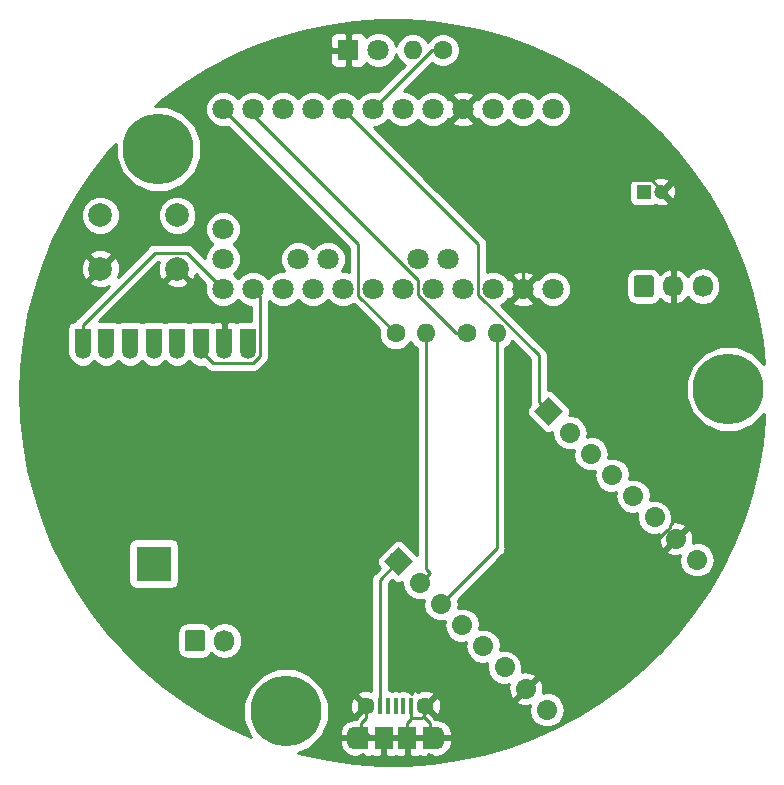
<source format=gbr>
G04 #@! TF.GenerationSoftware,KiCad,Pcbnew,(5.0.2)-1*
G04 #@! TF.CreationDate,2020-02-26T09:59:22+01:00*
G04 #@! TF.ProjectId,HB-OU-MP3-LED_PCB,48422d4f-552d-44d5-9033-2d4c45445f50,V2.1.3*
G04 #@! TF.SameCoordinates,Original*
G04 #@! TF.FileFunction,Copper,L1,Top*
G04 #@! TF.FilePolarity,Positive*
%FSLAX46Y46*%
G04 Gerber Fmt 4.6, Leading zero omitted, Abs format (unit mm)*
G04 Created by KiCad (PCBNEW (5.0.2)-1) date 26.02.2020 09:59:22*
%MOMM*%
%LPD*%
G01*
G04 APERTURE LIST*
G04 #@! TA.AperFunction,ComponentPad*
%ADD10C,6.000000*%
G04 #@! TD*
G04 #@! TA.AperFunction,ComponentPad*
%ADD11C,0.800000*%
G04 #@! TD*
G04 #@! TA.AperFunction,ComponentPad*
%ADD12R,1.200000X1.200000*%
G04 #@! TD*
G04 #@! TA.AperFunction,ComponentPad*
%ADD13C,1.200000*%
G04 #@! TD*
G04 #@! TA.AperFunction,ComponentPad*
%ADD14R,1.800000X1.800000*%
G04 #@! TD*
G04 #@! TA.AperFunction,ComponentPad*
%ADD15C,1.800000*%
G04 #@! TD*
G04 #@! TA.AperFunction,SMDPad,CuDef*
%ADD16R,1.500000X1.900000*%
G04 #@! TD*
G04 #@! TA.AperFunction,ComponentPad*
%ADD17C,1.450000*%
G04 #@! TD*
G04 #@! TA.AperFunction,SMDPad,CuDef*
%ADD18R,0.400000X1.350000*%
G04 #@! TD*
G04 #@! TA.AperFunction,ComponentPad*
%ADD19O,1.200000X1.900000*%
G04 #@! TD*
G04 #@! TA.AperFunction,SMDPad,CuDef*
%ADD20R,1.200000X1.900000*%
G04 #@! TD*
G04 #@! TA.AperFunction,ComponentPad*
%ADD21C,1.700000*%
G04 #@! TD*
G04 #@! TA.AperFunction,Conductor*
%ADD22C,0.100000*%
G04 #@! TD*
G04 #@! TA.AperFunction,Conductor*
%ADD23C,1.700000*%
G04 #@! TD*
G04 #@! TA.AperFunction,ComponentPad*
%ADD24O,1.700000X1.850000*%
G04 #@! TD*
G04 #@! TA.AperFunction,ComponentPad*
%ADD25C,1.600000*%
G04 #@! TD*
G04 #@! TA.AperFunction,ComponentPad*
%ADD26O,1.600000X1.600000*%
G04 #@! TD*
G04 #@! TA.AperFunction,ComponentPad*
%ADD27C,2.000000*%
G04 #@! TD*
G04 #@! TA.AperFunction,ComponentPad*
%ADD28C,1.350000*%
G04 #@! TD*
G04 #@! TA.AperFunction,ConnectorPad*
%ADD29R,1.350000X1.800000*%
G04 #@! TD*
G04 #@! TA.AperFunction,ComponentPad*
%ADD30R,3.000000X3.000000*%
G04 #@! TD*
G04 #@! TA.AperFunction,Conductor*
%ADD31C,0.250000*%
G04 #@! TD*
G04 #@! TA.AperFunction,Conductor*
%ADD32C,0.254000*%
G04 #@! TD*
G04 APERTURE END LIST*
D10*
G04 #@! TO.P,REF02,1*
G04 #@! TO.N,N/C*
X132715000Y-127000000D03*
D11*
X134965000Y-127000000D03*
X134305990Y-128590990D03*
X132715000Y-129250000D03*
X131124010Y-128590990D03*
X130465000Y-127000000D03*
X131124010Y-125409010D03*
X132715000Y-124750000D03*
X134305990Y-125409010D03*
G04 #@! TD*
D10*
G04 #@! TO.P,REF03,1*
G04 #@! TO.N,N/C*
X170180000Y-99695000D03*
D11*
X172430000Y-99695000D03*
X171770990Y-101285990D03*
X170180000Y-101945000D03*
X168589010Y-101285990D03*
X167930000Y-99695000D03*
X168589010Y-98104010D03*
X170180000Y-97445000D03*
X171770990Y-98104010D03*
G04 #@! TD*
D12*
G04 #@! TO.P,C1,1*
G04 #@! TO.N,+3V3*
X163000000Y-83000000D03*
D13*
G04 #@! TO.P,C1,2*
G04 #@! TO.N,GND*
X164500000Y-83000000D03*
G04 #@! TD*
D14*
G04 #@! TO.P,D1,1*
G04 #@! TO.N,GND*
X138000000Y-71000000D03*
D15*
G04 #@! TO.P,D1,2*
G04 #@! TO.N,Net-(D1-Pad2)*
X140540000Y-71000000D03*
G04 #@! TD*
D16*
G04 #@! TO.P,J1,6*
G04 #@! TO.N,GND*
X143000000Y-129237500D03*
D17*
X139500000Y-126537500D03*
D18*
G04 #@! TO.P,J1,2*
G04 #@! TO.N,Net-(J1-Pad2)*
X141350000Y-126537500D03*
G04 #@! TO.P,J1,1*
G04 #@! TO.N,+5V*
X140700000Y-126537500D03*
G04 #@! TO.P,J1,5*
G04 #@! TO.N,GND*
X143300000Y-126537500D03*
G04 #@! TO.P,J1,4*
G04 #@! TO.N,Net-(J1-Pad4)*
X142650000Y-126537500D03*
G04 #@! TO.P,J1,3*
G04 #@! TO.N,Net-(J1-Pad3)*
X142000000Y-126537500D03*
D17*
G04 #@! TO.P,J1,6*
G04 #@! TO.N,GND*
X144500000Y-126537500D03*
D16*
X141000000Y-129237500D03*
D19*
X138500000Y-129237500D03*
X145500000Y-129237500D03*
D20*
X144900000Y-129237500D03*
X139100000Y-129237500D03*
G04 #@! TD*
D21*
G04 #@! TO.P,J2,1*
G04 #@! TO.N,+5V*
X142240000Y-114300000D03*
D22*
G04 #@! TD*
G04 #@! TO.N,+5V*
G04 #@! TO.C,J2*
G36*
X142240000Y-115502082D02*
X141037918Y-114300000D01*
X142240000Y-113097918D01*
X143442082Y-114300000D01*
X142240000Y-115502082D01*
X142240000Y-115502082D01*
G37*
D21*
G04 #@! TO.P,J2,2*
G04 #@! TO.N,/RX*
X144036051Y-116096051D03*
D23*
G04 #@! TD*
G04 #@! TO.N,/RX*
G04 #@! TO.C,J2*
X144036051Y-116096051D02*
X144036051Y-116096051D01*
D21*
G04 #@! TO.P,J2,3*
G04 #@! TO.N,/TX*
X145832102Y-117892102D03*
D23*
G04 #@! TD*
G04 #@! TO.N,/TX*
G04 #@! TO.C,J2*
X145832102Y-117892102D02*
X145832102Y-117892102D01*
D21*
G04 #@! TO.P,J2,4*
G04 #@! TO.N,Net-(J2-Pad4)*
X147628154Y-119688154D03*
D23*
G04 #@! TD*
G04 #@! TO.N,Net-(J2-Pad4)*
G04 #@! TO.C,J2*
X147628154Y-119688154D02*
X147628154Y-119688154D01*
D21*
G04 #@! TO.P,J2,5*
G04 #@! TO.N,Net-(J2-Pad5)*
X149424205Y-121484205D03*
D23*
G04 #@! TD*
G04 #@! TO.N,Net-(J2-Pad5)*
G04 #@! TO.C,J2*
X149424205Y-121484205D02*
X149424205Y-121484205D01*
D21*
G04 #@! TO.P,J2,6*
G04 #@! TO.N,/SPK1*
X151220256Y-123280256D03*
D23*
G04 #@! TD*
G04 #@! TO.N,/SPK1*
G04 #@! TO.C,J2*
X151220256Y-123280256D02*
X151220256Y-123280256D01*
D21*
G04 #@! TO.P,J2,7*
G04 #@! TO.N,GND*
X153016307Y-125076307D03*
D23*
G04 #@! TD*
G04 #@! TO.N,GND*
G04 #@! TO.C,J2*
X153016307Y-125076307D02*
X153016307Y-125076307D01*
D21*
G04 #@! TO.P,J2,8*
G04 #@! TO.N,/SPK2*
X154812359Y-126872359D03*
D23*
G04 #@! TD*
G04 #@! TO.N,/SPK2*
G04 #@! TO.C,J2*
X154812359Y-126872359D02*
X154812359Y-126872359D01*
D21*
G04 #@! TO.P,J3,8*
G04 #@! TO.N,Net-(J3-Pad8)*
X167512359Y-114172359D03*
D23*
G04 #@! TD*
G04 #@! TO.N,Net-(J3-Pad8)*
G04 #@! TO.C,J3*
X167512359Y-114172359D02*
X167512359Y-114172359D01*
D21*
G04 #@! TO.P,J3,7*
G04 #@! TO.N,GND*
X165716307Y-112376307D03*
D23*
G04 #@! TD*
G04 #@! TO.N,GND*
G04 #@! TO.C,J3*
X165716307Y-112376307D02*
X165716307Y-112376307D01*
D21*
G04 #@! TO.P,J3,6*
G04 #@! TO.N,Net-(J3-Pad6)*
X163920256Y-110580256D03*
D23*
G04 #@! TD*
G04 #@! TO.N,Net-(J3-Pad6)*
G04 #@! TO.C,J3*
X163920256Y-110580256D02*
X163920256Y-110580256D01*
D21*
G04 #@! TO.P,J3,5*
G04 #@! TO.N,Net-(J3-Pad5)*
X162124205Y-108784205D03*
D23*
G04 #@! TD*
G04 #@! TO.N,Net-(J3-Pad5)*
G04 #@! TO.C,J3*
X162124205Y-108784205D02*
X162124205Y-108784205D01*
D21*
G04 #@! TO.P,J3,4*
G04 #@! TO.N,Net-(J3-Pad4)*
X160328154Y-106988154D03*
D23*
G04 #@! TD*
G04 #@! TO.N,Net-(J3-Pad4)*
G04 #@! TO.C,J3*
X160328154Y-106988154D02*
X160328154Y-106988154D01*
D21*
G04 #@! TO.P,J3,3*
G04 #@! TO.N,Net-(J3-Pad3)*
X158532102Y-105192102D03*
D23*
G04 #@! TD*
G04 #@! TO.N,Net-(J3-Pad3)*
G04 #@! TO.C,J3*
X158532102Y-105192102D02*
X158532102Y-105192102D01*
D21*
G04 #@! TO.P,J3,2*
G04 #@! TO.N,Net-(J3-Pad2)*
X156736051Y-103396051D03*
D23*
G04 #@! TD*
G04 #@! TO.N,Net-(J3-Pad2)*
G04 #@! TO.C,J3*
X156736051Y-103396051D02*
X156736051Y-103396051D01*
D21*
G04 #@! TO.P,J3,1*
G04 #@! TO.N,/BUSY*
X154940000Y-101600000D03*
D22*
G04 #@! TD*
G04 #@! TO.N,/BUSY*
G04 #@! TO.C,J3*
G36*
X154940000Y-102802082D02*
X153737918Y-101600000D01*
X154940000Y-100397918D01*
X156142082Y-101600000D01*
X154940000Y-102802082D01*
X154940000Y-102802082D01*
G37*
G04 #@! TO.N,+5V*
G04 #@! TO.C,J4*
G36*
X163624504Y-90076204D02*
X163648773Y-90079804D01*
X163672571Y-90085765D01*
X163695671Y-90094030D01*
X163717849Y-90104520D01*
X163738893Y-90117133D01*
X163758598Y-90131747D01*
X163776777Y-90148223D01*
X163793253Y-90166402D01*
X163807867Y-90186107D01*
X163820480Y-90207151D01*
X163830970Y-90229329D01*
X163839235Y-90252429D01*
X163845196Y-90276227D01*
X163848796Y-90300496D01*
X163850000Y-90325000D01*
X163850000Y-91675000D01*
X163848796Y-91699504D01*
X163845196Y-91723773D01*
X163839235Y-91747571D01*
X163830970Y-91770671D01*
X163820480Y-91792849D01*
X163807867Y-91813893D01*
X163793253Y-91833598D01*
X163776777Y-91851777D01*
X163758598Y-91868253D01*
X163738893Y-91882867D01*
X163717849Y-91895480D01*
X163695671Y-91905970D01*
X163672571Y-91914235D01*
X163648773Y-91920196D01*
X163624504Y-91923796D01*
X163600000Y-91925000D01*
X162400000Y-91925000D01*
X162375496Y-91923796D01*
X162351227Y-91920196D01*
X162327429Y-91914235D01*
X162304329Y-91905970D01*
X162282151Y-91895480D01*
X162261107Y-91882867D01*
X162241402Y-91868253D01*
X162223223Y-91851777D01*
X162206747Y-91833598D01*
X162192133Y-91813893D01*
X162179520Y-91792849D01*
X162169030Y-91770671D01*
X162160765Y-91747571D01*
X162154804Y-91723773D01*
X162151204Y-91699504D01*
X162150000Y-91675000D01*
X162150000Y-90325000D01*
X162151204Y-90300496D01*
X162154804Y-90276227D01*
X162160765Y-90252429D01*
X162169030Y-90229329D01*
X162179520Y-90207151D01*
X162192133Y-90186107D01*
X162206747Y-90166402D01*
X162223223Y-90148223D01*
X162241402Y-90131747D01*
X162261107Y-90117133D01*
X162282151Y-90104520D01*
X162304329Y-90094030D01*
X162327429Y-90085765D01*
X162351227Y-90079804D01*
X162375496Y-90076204D01*
X162400000Y-90075000D01*
X163600000Y-90075000D01*
X163624504Y-90076204D01*
X163624504Y-90076204D01*
G37*
D21*
G04 #@! TD*
G04 #@! TO.P,J4,1*
G04 #@! TO.N,+5V*
X163000000Y-91000000D03*
D24*
G04 #@! TO.P,J4,2*
G04 #@! TO.N,GND*
X165500000Y-91000000D03*
G04 #@! TO.P,J4,3*
G04 #@! TO.N,/D_in*
X168000000Y-91000000D03*
G04 #@! TD*
D22*
G04 #@! TO.N,/SPK1*
G04 #@! TO.C,J5*
G36*
X125624504Y-120076204D02*
X125648773Y-120079804D01*
X125672571Y-120085765D01*
X125695671Y-120094030D01*
X125717849Y-120104520D01*
X125738893Y-120117133D01*
X125758598Y-120131747D01*
X125776777Y-120148223D01*
X125793253Y-120166402D01*
X125807867Y-120186107D01*
X125820480Y-120207151D01*
X125830970Y-120229329D01*
X125839235Y-120252429D01*
X125845196Y-120276227D01*
X125848796Y-120300496D01*
X125850000Y-120325000D01*
X125850000Y-121675000D01*
X125848796Y-121699504D01*
X125845196Y-121723773D01*
X125839235Y-121747571D01*
X125830970Y-121770671D01*
X125820480Y-121792849D01*
X125807867Y-121813893D01*
X125793253Y-121833598D01*
X125776777Y-121851777D01*
X125758598Y-121868253D01*
X125738893Y-121882867D01*
X125717849Y-121895480D01*
X125695671Y-121905970D01*
X125672571Y-121914235D01*
X125648773Y-121920196D01*
X125624504Y-121923796D01*
X125600000Y-121925000D01*
X124400000Y-121925000D01*
X124375496Y-121923796D01*
X124351227Y-121920196D01*
X124327429Y-121914235D01*
X124304329Y-121905970D01*
X124282151Y-121895480D01*
X124261107Y-121882867D01*
X124241402Y-121868253D01*
X124223223Y-121851777D01*
X124206747Y-121833598D01*
X124192133Y-121813893D01*
X124179520Y-121792849D01*
X124169030Y-121770671D01*
X124160765Y-121747571D01*
X124154804Y-121723773D01*
X124151204Y-121699504D01*
X124150000Y-121675000D01*
X124150000Y-120325000D01*
X124151204Y-120300496D01*
X124154804Y-120276227D01*
X124160765Y-120252429D01*
X124169030Y-120229329D01*
X124179520Y-120207151D01*
X124192133Y-120186107D01*
X124206747Y-120166402D01*
X124223223Y-120148223D01*
X124241402Y-120131747D01*
X124261107Y-120117133D01*
X124282151Y-120104520D01*
X124304329Y-120094030D01*
X124327429Y-120085765D01*
X124351227Y-120079804D01*
X124375496Y-120076204D01*
X124400000Y-120075000D01*
X125600000Y-120075000D01*
X125624504Y-120076204D01*
X125624504Y-120076204D01*
G37*
D21*
G04 #@! TD*
G04 #@! TO.P,J5,1*
G04 #@! TO.N,/SPK1*
X125000000Y-121000000D03*
D24*
G04 #@! TO.P,J5,2*
G04 #@! TO.N,/SPK2*
X127500000Y-121000000D03*
G04 #@! TD*
D25*
G04 #@! TO.P,R1,1*
G04 #@! TO.N,Net-(R1-Pad1)*
X146000000Y-71000000D03*
D26*
G04 #@! TO.P,R1,2*
G04 #@! TO.N,Net-(D1-Pad2)*
X143460000Y-71000000D03*
G04 #@! TD*
G04 #@! TO.P,R2,2*
G04 #@! TO.N,/TX*
X150540000Y-95000000D03*
D25*
G04 #@! TO.P,R2,1*
G04 #@! TO.N,Net-(R2-Pad1)*
X148000000Y-95000000D03*
G04 #@! TD*
G04 #@! TO.P,R3,1*
G04 #@! TO.N,Net-(R3-Pad1)*
X142000000Y-95000000D03*
D26*
G04 #@! TO.P,R3,2*
G04 #@! TO.N,/RX*
X144540000Y-95000000D03*
G04 #@! TD*
D27*
G04 #@! TO.P,SW1,2*
G04 #@! TO.N,GND*
X117000000Y-89500000D03*
G04 #@! TO.P,SW1,1*
G04 #@! TO.N,Net-(SW1-Pad1)*
X117000000Y-85000000D03*
G04 #@! TO.P,SW1,2*
G04 #@! TO.N,GND*
X123500000Y-89500000D03*
G04 #@! TO.P,SW1,1*
G04 #@! TO.N,Net-(SW1-Pad1)*
X123500000Y-85000000D03*
G04 #@! TD*
D15*
G04 #@! TO.P,U1,28*
G04 #@! TO.N,Net-(U1-Pad28)*
X136270000Y-88700000D03*
G04 #@! TO.P,U1,27*
G04 #@! TO.N,Net-(U1-Pad27)*
X133730000Y-88700000D03*
X127380000Y-86160000D03*
G04 #@! TO.P,U1,28*
G04 #@! TO.N,Net-(U1-Pad28)*
X127380000Y-88700000D03*
G04 #@! TO.P,U1,1*
G04 #@! TO.N,/SS*
X127380000Y-91240000D03*
G04 #@! TO.P,U1,2*
G04 #@! TO.N,/MOSI*
X129920000Y-91240000D03*
G04 #@! TO.P,U1,3*
G04 #@! TO.N,/MISO*
X132460000Y-91240000D03*
G04 #@! TO.P,U1,4*
G04 #@! TO.N,/SCK*
X135000000Y-91240000D03*
G04 #@! TO.P,U1,5*
G04 #@! TO.N,Net-(U1-Pad5)*
X137540000Y-91240000D03*
G04 #@! TO.P,U1,6*
G04 #@! TO.N,Net-(U1-Pad6)*
X140080000Y-91240000D03*
G04 #@! TO.P,U1,7*
G04 #@! TO.N,Net-(U1-Pad7)*
X142620000Y-91240000D03*
G04 #@! TO.P,U1,8*
G04 #@! TO.N,Net-(U1-Pad8)*
X145160000Y-91240000D03*
G04 #@! TO.P,U1,9*
G04 #@! TO.N,+3V3*
X147700000Y-91240000D03*
G04 #@! TO.P,U1,10*
G04 #@! TO.N,Net-(U1-Pad10)*
X150240000Y-91240000D03*
G04 #@! TO.P,U1,11*
G04 #@! TO.N,GND*
X152780000Y-91240000D03*
G04 #@! TO.P,U1,12*
G04 #@! TO.N,+5V*
X155320000Y-91240000D03*
G04 #@! TO.P,U1,13*
G04 #@! TO.N,N/C*
X155320000Y-76000000D03*
G04 #@! TO.P,U1,14*
X152780000Y-76000000D03*
G04 #@! TO.P,U1,15*
X150240000Y-76000000D03*
G04 #@! TO.P,U1,16*
G04 #@! TO.N,GND*
X147700000Y-76000000D03*
G04 #@! TO.P,U1,17*
G04 #@! TO.N,/D2*
X145160000Y-76000000D03*
G04 #@! TO.P,U1,18*
G04 #@! TO.N,Net-(U1-Pad18)*
X142620000Y-76000000D03*
G04 #@! TO.P,U1,19*
G04 #@! TO.N,Net-(R1-Pad1)*
X140080000Y-76000000D03*
G04 #@! TO.P,U1,20*
G04 #@! TO.N,/BUSY*
X137540000Y-76000000D03*
G04 #@! TO.P,U1,21*
G04 #@! TO.N,Net-(SW1-Pad1)*
X135000000Y-76000000D03*
G04 #@! TO.P,U1,22*
G04 #@! TO.N,/D_in*
X132460000Y-76000000D03*
G04 #@! TO.P,U1,23*
G04 #@! TO.N,Net-(R2-Pad1)*
X129920000Y-76000000D03*
G04 #@! TO.P,U1,24*
G04 #@! TO.N,Net-(R3-Pad1)*
X127380000Y-76000000D03*
G04 #@! TO.P,U1,25*
G04 #@! TO.N,Net-(U1-Pad25)*
X143890000Y-88700000D03*
G04 #@! TO.P,U1,26*
G04 #@! TO.N,Net-(U1-Pad26)*
X146430000Y-88700000D03*
G04 #@! TD*
D28*
G04 #@! TO.P,U2,8*
G04 #@! TO.N,/SS*
X115500000Y-96500000D03*
D29*
X115500000Y-95500000D03*
D28*
G04 #@! TO.P,U2,1*
G04 #@! TO.N,+3V3*
X129500000Y-96500000D03*
G04 #@! TO.P,U2,2*
G04 #@! TO.N,GND*
X127500000Y-96500000D03*
G04 #@! TO.P,U2,3*
G04 #@! TO.N,/MOSI*
X125500000Y-96500000D03*
G04 #@! TO.P,U2,4*
G04 #@! TO.N,/SCK*
X123500000Y-96500000D03*
G04 #@! TO.P,U2,5*
G04 #@! TO.N,/MISO*
X121500000Y-96500000D03*
G04 #@! TO.P,U2,6*
G04 #@! TO.N,Net-(U2-Pad6)*
X119500000Y-96500000D03*
G04 #@! TO.P,U2,7*
G04 #@! TO.N,/D2*
X117500000Y-96500000D03*
D29*
G04 #@! TO.P,U2,1*
G04 #@! TO.N,+3V3*
X129500000Y-95500000D03*
G04 #@! TO.P,U2,2*
G04 #@! TO.N,GND*
X127500000Y-95500000D03*
G04 #@! TO.P,U2,3*
G04 #@! TO.N,/MOSI*
X125500000Y-95500000D03*
G04 #@! TO.P,U2,4*
G04 #@! TO.N,/SCK*
X123500000Y-95500000D03*
G04 #@! TO.P,U2,5*
G04 #@! TO.N,/MISO*
X121500000Y-95500000D03*
G04 #@! TO.P,U2,6*
G04 #@! TO.N,Net-(U2-Pad6)*
X119500000Y-95500000D03*
G04 #@! TO.P,U2,7*
G04 #@! TO.N,/D2*
X117500000Y-95500000D03*
G04 #@! TD*
D30*
G04 #@! TO.P,Antenne,1*
G04 #@! TO.N,N/C*
X121514000Y-114478000D03*
G04 #@! TD*
D11*
G04 #@! TO.P,REF01,1*
G04 #@! TO.N,N/C*
X123510990Y-77784010D03*
X121920000Y-77125000D03*
X120329010Y-77784010D03*
X119670000Y-79375000D03*
X120329010Y-80965990D03*
X121920000Y-81625000D03*
X123510990Y-80965990D03*
X124170000Y-79375000D03*
D10*
X121920000Y-79375000D03*
G04 #@! TD*
D31*
G04 #@! TO.N,+3V3*
X129500000Y-95500000D02*
X129500000Y-96500000D01*
G04 #@! TO.N,GND*
X153016300Y-125076300D02*
X153847400Y-124245200D01*
X164983100Y-111643000D02*
X160968500Y-115657600D01*
X160968500Y-115657600D02*
X160968500Y-116285200D01*
X160968500Y-116285200D02*
X158946900Y-118306800D01*
X158946900Y-118306800D02*
X158946900Y-118944000D01*
X158946900Y-118944000D02*
X153847300Y-124043600D01*
X153847300Y-124043600D02*
X153847300Y-124245200D01*
X153847300Y-124245200D02*
X153847400Y-124245200D01*
X165500000Y-91000000D02*
X165500000Y-110930500D01*
X165500000Y-110930500D02*
X165192600Y-111237900D01*
X165192600Y-111237900D02*
X165192600Y-111433500D01*
X165192600Y-111433500D02*
X164983100Y-111643000D01*
X165716300Y-112376300D02*
X164983100Y-111643000D01*
X164500000Y-83000000D02*
X165500000Y-84000000D01*
X165500000Y-84000000D02*
X165500000Y-91000000D01*
X141000000Y-129237500D02*
X142075300Y-129237500D01*
X143000000Y-128599800D02*
X142713000Y-128599800D01*
X142713000Y-128599800D02*
X142075300Y-129237500D01*
X143000000Y-128599800D02*
X143000000Y-127962200D01*
X143000000Y-129237500D02*
X143000000Y-128599800D01*
X152780000Y-82041800D02*
X152780000Y-91240000D01*
X147700000Y-76000000D02*
X152780000Y-81080000D01*
X152780000Y-81080000D02*
X152780000Y-82041800D01*
X152780000Y-82041800D02*
X163725700Y-82041800D01*
X163725700Y-82041800D02*
X164500000Y-82816100D01*
X164500000Y-82816100D02*
X164500000Y-83000000D01*
X140462400Y-129237500D02*
X141000000Y-129237500D01*
X140462400Y-129237500D02*
X139924700Y-129237500D01*
X139100000Y-128599800D02*
X139287000Y-128599800D01*
X139287000Y-128599800D02*
X139924700Y-129237500D01*
X139100000Y-128599800D02*
X139100000Y-127962200D01*
X139100000Y-129237500D02*
X139100000Y-128599800D01*
X143300000Y-127537800D02*
X143300000Y-127662200D01*
X143300000Y-127662200D02*
X143000000Y-127962200D01*
X144343800Y-127406000D02*
X144212000Y-127537800D01*
X144212000Y-127537800D02*
X143300000Y-127537800D01*
X145500000Y-129237500D02*
X144900000Y-129237500D01*
X153016300Y-125076300D02*
X148855100Y-129237500D01*
X148855100Y-129237500D02*
X145500000Y-129237500D01*
X144343800Y-127406000D02*
X144900000Y-127962200D01*
X144500000Y-126537500D02*
X144500000Y-127249800D01*
X144500000Y-127249800D02*
X144343800Y-127406000D01*
X143300000Y-126537500D02*
X143300000Y-127537800D01*
X139500000Y-126537500D02*
X139500000Y-127562200D01*
X139500000Y-127562200D02*
X139100000Y-127962200D01*
X144900000Y-129237500D02*
X144900000Y-127962200D01*
X139100000Y-129237500D02*
X138500000Y-129237500D01*
X127500000Y-95500000D02*
X127500000Y-93500000D01*
X127500000Y-93500000D02*
X123500000Y-89500000D01*
X127500000Y-96500000D02*
X127500000Y-95500000D01*
G04 #@! TO.N,+5V*
X142240000Y-114300000D02*
X140700000Y-115840000D01*
X140700000Y-115840000D02*
X140700000Y-126537500D01*
G04 #@! TO.N,/RX*
X144036100Y-116096100D02*
X144867200Y-115265000D01*
X144540000Y-95000000D02*
X144540000Y-114937900D01*
X144540000Y-114937900D02*
X144867200Y-115265000D01*
G04 #@! TO.N,/TX*
X150540000Y-95000000D02*
X150540000Y-113184200D01*
X150540000Y-113184200D02*
X145832100Y-117892100D01*
G04 #@! TO.N,/BUSY*
X154940000Y-101600000D02*
X154109000Y-100768900D01*
X137540000Y-76000000D02*
X148985000Y-87445000D01*
X148985000Y-87445000D02*
X148985000Y-91721300D01*
X148985000Y-91721300D02*
X154109000Y-96845300D01*
X154109000Y-96845300D02*
X154109000Y-100768900D01*
G04 #@! TO.N,Net-(R1-Pad1)*
X140080000Y-76000000D02*
X145080000Y-71000000D01*
X145080000Y-71000000D02*
X146000000Y-71000000D01*
G04 #@! TO.N,Net-(R2-Pad1)*
X129920000Y-76000000D02*
X129920000Y-76516100D01*
X129920000Y-76516100D02*
X143890000Y-90486100D01*
X143890000Y-90486100D02*
X143890000Y-91770900D01*
X143890000Y-91770900D02*
X147119100Y-95000000D01*
X147119100Y-95000000D02*
X148000000Y-95000000D01*
G04 #@! TO.N,Net-(R3-Pad1)*
X127380000Y-76000000D02*
X138810000Y-87430000D01*
X138810000Y-87430000D02*
X138810000Y-91810000D01*
X138810000Y-91810000D02*
X142000000Y-95000000D01*
G04 #@! TO.N,/SS*
X115500000Y-95500000D02*
X115500000Y-94274700D01*
X115500000Y-94274700D02*
X121604000Y-88170700D01*
X121604000Y-88170700D02*
X124310700Y-88170700D01*
X124310700Y-88170700D02*
X127380000Y-91240000D01*
X115500000Y-96500000D02*
X115500000Y-95500000D01*
G04 #@! TO.N,/MOSI*
X129920000Y-91240000D02*
X130519100Y-91839100D01*
X130519100Y-91839100D02*
X130519100Y-96926700D01*
X130519100Y-96926700D02*
X129943000Y-97502800D01*
X129943000Y-97502800D02*
X126502800Y-97502800D01*
X126502800Y-97502800D02*
X125500000Y-96500000D01*
X125500000Y-96500000D02*
X125500000Y-95500000D01*
G04 #@! TO.N,/MISO*
X121500000Y-95500000D02*
X121500000Y-96500000D01*
G04 #@! TO.N,/SCK*
X123500000Y-95500000D02*
X123500000Y-96500000D01*
G04 #@! TO.N,/D2*
X117500000Y-95500000D02*
X117500000Y-96500000D01*
G04 #@! TO.N,Net-(U2-Pad6)*
X119500000Y-95500000D02*
X119500000Y-96500000D01*
G04 #@! TD*
D32*
G04 #@! TO.N,GND*
G36*
X145047696Y-68633743D02*
X147227665Y-68940118D01*
X149380952Y-69397813D01*
X151497067Y-70004599D01*
X153565699Y-70757520D01*
X155576771Y-71652907D01*
X157520486Y-72686398D01*
X159387372Y-73852958D01*
X161168336Y-75146904D01*
X162854701Y-76561932D01*
X164438250Y-78091148D01*
X165911269Y-79727102D01*
X167266582Y-81461823D01*
X168497585Y-83286860D01*
X169598282Y-85193322D01*
X170563309Y-87171920D01*
X171387965Y-89213016D01*
X172068232Y-91306665D01*
X172600798Y-93442667D01*
X172983065Y-95610615D01*
X173188223Y-97562557D01*
X172239062Y-96613396D01*
X170903046Y-96060000D01*
X169456954Y-96060000D01*
X168120938Y-96613396D01*
X167098396Y-97635938D01*
X166545000Y-98971954D01*
X166545000Y-100418046D01*
X167098396Y-101754062D01*
X168120938Y-102776604D01*
X169456954Y-103330000D01*
X170903046Y-103330000D01*
X172239062Y-102776604D01*
X173227559Y-101788107D01*
X173213174Y-102200052D01*
X172983065Y-104389385D01*
X172600798Y-106557333D01*
X172068232Y-108693335D01*
X171387965Y-110786984D01*
X170563309Y-112828080D01*
X169598282Y-114806678D01*
X168497585Y-116713140D01*
X167266582Y-118538177D01*
X165911269Y-120272898D01*
X164438250Y-121908852D01*
X162854701Y-123438068D01*
X161168336Y-124853096D01*
X159387372Y-126147042D01*
X157520486Y-127313602D01*
X155576771Y-128347093D01*
X153565699Y-129242480D01*
X151497067Y-129995401D01*
X149380952Y-130602187D01*
X147227665Y-131059882D01*
X145047696Y-131366257D01*
X142851666Y-131519818D01*
X140650274Y-131519818D01*
X138454244Y-131366257D01*
X136274275Y-131059882D01*
X134120988Y-130602187D01*
X133764233Y-130499889D01*
X134774062Y-130081604D01*
X135491166Y-129364500D01*
X137265000Y-129364500D01*
X137265000Y-129714500D01*
X137407610Y-130177447D01*
X137716526Y-130550580D01*
X138144719Y-130777092D01*
X138182391Y-130780962D01*
X138217672Y-130757875D01*
X138373691Y-130822500D01*
X138814250Y-130822500D01*
X138864574Y-130772176D01*
X139227000Y-130580454D01*
X139227000Y-130663750D01*
X139385750Y-130822500D01*
X139826309Y-130822500D01*
X139975000Y-130760910D01*
X140123691Y-130822500D01*
X140714250Y-130822500D01*
X140873000Y-130663750D01*
X140873000Y-129364500D01*
X141127000Y-129364500D01*
X141127000Y-130663750D01*
X141285750Y-130822500D01*
X141876309Y-130822500D01*
X142000000Y-130771265D01*
X142123691Y-130822500D01*
X142714250Y-130822500D01*
X142873000Y-130663750D01*
X142873000Y-129364500D01*
X143127000Y-129364500D01*
X143127000Y-130663750D01*
X143285750Y-130822500D01*
X143876309Y-130822500D01*
X144025000Y-130760910D01*
X144173691Y-130822500D01*
X144614250Y-130822500D01*
X144773000Y-130663750D01*
X144773000Y-130580454D01*
X145135426Y-130772176D01*
X145185750Y-130822500D01*
X145626309Y-130822500D01*
X145782328Y-130757875D01*
X145817609Y-130780962D01*
X145855281Y-130777092D01*
X146283474Y-130550580D01*
X146592390Y-130177447D01*
X146735000Y-129714500D01*
X146735000Y-129364500D01*
X143127000Y-129364500D01*
X142873000Y-129364500D01*
X141127000Y-129364500D01*
X140873000Y-129364500D01*
X137265000Y-129364500D01*
X135491166Y-129364500D01*
X135796604Y-129059062D01*
X136350000Y-127723046D01*
X136350000Y-126338646D01*
X138127688Y-126338646D01*
X138156051Y-126878944D01*
X138308247Y-127246378D01*
X138546602Y-127311293D01*
X139320395Y-126537500D01*
X138546602Y-125763707D01*
X138308247Y-125828622D01*
X138127688Y-126338646D01*
X136350000Y-126338646D01*
X136350000Y-126276954D01*
X135796604Y-124940938D01*
X134774062Y-123918396D01*
X133438046Y-123365000D01*
X131991954Y-123365000D01*
X130655938Y-123918396D01*
X129633396Y-124940938D01*
X129080000Y-126276954D01*
X129080000Y-127723046D01*
X129633396Y-129059062D01*
X129720969Y-129146635D01*
X127925169Y-128347093D01*
X125981454Y-127313602D01*
X124114568Y-126147042D01*
X122333604Y-124853096D01*
X120647239Y-123438068D01*
X119063690Y-121908852D01*
X117637584Y-120325000D01*
X123502560Y-120325000D01*
X123502560Y-121675000D01*
X123570874Y-122018435D01*
X123765414Y-122309586D01*
X124056565Y-122504126D01*
X124400000Y-122572440D01*
X125600000Y-122572440D01*
X125943435Y-122504126D01*
X126234586Y-122309586D01*
X126386758Y-122081844D01*
X126429375Y-122145625D01*
X126920583Y-122473839D01*
X127500000Y-122589092D01*
X128079418Y-122473839D01*
X128570625Y-122145625D01*
X128898839Y-121654417D01*
X128985000Y-121221255D01*
X128985000Y-120778744D01*
X128898839Y-120345582D01*
X128570625Y-119854375D01*
X128079417Y-119526161D01*
X127500000Y-119410908D01*
X126920582Y-119526161D01*
X126429375Y-119854375D01*
X126386758Y-119918156D01*
X126234586Y-119690414D01*
X125943435Y-119495874D01*
X125600000Y-119427560D01*
X124400000Y-119427560D01*
X124056565Y-119495874D01*
X123765414Y-119690414D01*
X123570874Y-119981565D01*
X123502560Y-120325000D01*
X117637584Y-120325000D01*
X117590671Y-120272898D01*
X116235358Y-118538177D01*
X115004355Y-116713140D01*
X113903658Y-114806678D01*
X113011752Y-112978000D01*
X119366560Y-112978000D01*
X119366560Y-115978000D01*
X119415843Y-116225765D01*
X119556191Y-116435809D01*
X119766235Y-116576157D01*
X120014000Y-116625440D01*
X123014000Y-116625440D01*
X123261765Y-116576157D01*
X123471809Y-116435809D01*
X123612157Y-116225765D01*
X123661440Y-115978000D01*
X123661440Y-112978000D01*
X123612157Y-112730235D01*
X123471809Y-112520191D01*
X123261765Y-112379843D01*
X123014000Y-112330560D01*
X120014000Y-112330560D01*
X119766235Y-112379843D01*
X119556191Y-112520191D01*
X119415843Y-112730235D01*
X119366560Y-112978000D01*
X113011752Y-112978000D01*
X112938631Y-112828080D01*
X112113975Y-110786984D01*
X111433708Y-108693335D01*
X110901142Y-106557333D01*
X110518875Y-104389385D01*
X110288766Y-102200052D01*
X110211939Y-100000000D01*
X110288766Y-97799948D01*
X110518875Y-95610615D01*
X110697073Y-94600000D01*
X114177560Y-94600000D01*
X114177560Y-96400000D01*
X114190000Y-96462541D01*
X114190000Y-96760575D01*
X114389436Y-97242055D01*
X114757945Y-97610564D01*
X115239425Y-97810000D01*
X115760575Y-97810000D01*
X116242055Y-97610564D01*
X116500000Y-97352619D01*
X116757945Y-97610564D01*
X117239425Y-97810000D01*
X117760575Y-97810000D01*
X118242055Y-97610564D01*
X118500000Y-97352619D01*
X118757945Y-97610564D01*
X119239425Y-97810000D01*
X119760575Y-97810000D01*
X120242055Y-97610564D01*
X120500000Y-97352619D01*
X120757945Y-97610564D01*
X121239425Y-97810000D01*
X121760575Y-97810000D01*
X122242055Y-97610564D01*
X122500000Y-97352619D01*
X122757945Y-97610564D01*
X123239425Y-97810000D01*
X123760575Y-97810000D01*
X124242055Y-97610564D01*
X124500000Y-97352619D01*
X124757945Y-97610564D01*
X125239425Y-97810000D01*
X125735198Y-97810000D01*
X125912473Y-97987275D01*
X125954871Y-98050729D01*
X126018324Y-98093127D01*
X126018326Y-98093129D01*
X126143702Y-98176902D01*
X126206263Y-98218704D01*
X126427948Y-98262800D01*
X126427952Y-98262800D01*
X126502799Y-98277688D01*
X126577646Y-98262800D01*
X129868153Y-98262800D01*
X129943000Y-98277688D01*
X130017847Y-98262800D01*
X130017852Y-98262800D01*
X130239537Y-98218704D01*
X130490929Y-98050729D01*
X130533330Y-97987271D01*
X131003575Y-97517028D01*
X131067029Y-97474629D01*
X131109427Y-97411176D01*
X131109429Y-97411174D01*
X131224387Y-97239126D01*
X131235004Y-97223237D01*
X131279100Y-97001552D01*
X131279100Y-97001548D01*
X131293988Y-96926701D01*
X131279100Y-96851854D01*
X131279100Y-92229917D01*
X131590493Y-92541310D01*
X132154670Y-92775000D01*
X132765330Y-92775000D01*
X133329507Y-92541310D01*
X133730000Y-92140817D01*
X134130493Y-92541310D01*
X134694670Y-92775000D01*
X135305330Y-92775000D01*
X135869507Y-92541310D01*
X136270000Y-92140817D01*
X136670493Y-92541310D01*
X137234670Y-92775000D01*
X137845330Y-92775000D01*
X138409507Y-92541310D01*
X138438008Y-92512809D01*
X140586897Y-94661698D01*
X140565000Y-94714561D01*
X140565000Y-95285439D01*
X140783466Y-95812862D01*
X141187138Y-96216534D01*
X141714561Y-96435000D01*
X142285439Y-96435000D01*
X142812862Y-96216534D01*
X143216534Y-95812862D01*
X143270394Y-95682832D01*
X143505423Y-96034577D01*
X143780000Y-96218044D01*
X143780001Y-113722301D01*
X142697809Y-112640109D01*
X142487765Y-112499761D01*
X142240000Y-112450478D01*
X141992235Y-112499761D01*
X141782191Y-112640109D01*
X140580109Y-113842191D01*
X140439761Y-114052235D01*
X140390478Y-114300000D01*
X140439761Y-114547765D01*
X140580109Y-114757809D01*
X140643749Y-114821449D01*
X140215530Y-115249669D01*
X140152071Y-115292071D01*
X139984096Y-115543464D01*
X139940000Y-115765149D01*
X139940000Y-115765153D01*
X139925112Y-115840000D01*
X139940000Y-115914847D01*
X139940001Y-125250559D01*
X139698854Y-125165188D01*
X139158556Y-125193551D01*
X138791122Y-125345747D01*
X138726207Y-125584102D01*
X139500000Y-126357895D01*
X139514143Y-126343753D01*
X139693748Y-126523358D01*
X139679605Y-126537500D01*
X139693748Y-126551643D01*
X139514143Y-126731248D01*
X139500000Y-126717105D01*
X138726207Y-127490898D01*
X138770219Y-127652500D01*
X138372998Y-127652500D01*
X138372998Y-127652787D01*
X138217672Y-127717125D01*
X138182391Y-127694038D01*
X138144719Y-127697908D01*
X137716526Y-127924420D01*
X137407610Y-128297553D01*
X137265000Y-128760500D01*
X137265000Y-129110500D01*
X140873000Y-129110500D01*
X140873000Y-129090500D01*
X141127000Y-129090500D01*
X141127000Y-129110500D01*
X142873000Y-129110500D01*
X142873000Y-129090500D01*
X143127000Y-129090500D01*
X143127000Y-129110500D01*
X146735000Y-129110500D01*
X146735000Y-128760500D01*
X146592390Y-128297553D01*
X146283474Y-127924420D01*
X145855281Y-127697908D01*
X145817609Y-127694038D01*
X145782328Y-127717125D01*
X145627002Y-127652787D01*
X145627002Y-127652500D01*
X145229781Y-127652500D01*
X145273793Y-127490898D01*
X144500000Y-126717105D01*
X144485858Y-126731248D01*
X144306253Y-126551643D01*
X144320395Y-126537500D01*
X144679605Y-126537500D01*
X145453398Y-127311293D01*
X145691753Y-127246378D01*
X145872312Y-126736354D01*
X145843949Y-126196056D01*
X145803996Y-126099600D01*
X152172619Y-126099600D01*
X152249389Y-126347944D01*
X152659415Y-126517793D01*
X153238215Y-126544643D01*
X153373139Y-126495950D01*
X153298267Y-126872359D01*
X153413520Y-127451777D01*
X153741734Y-127942984D01*
X154232941Y-128271198D01*
X154666103Y-128357359D01*
X154958615Y-128357359D01*
X155391777Y-128271198D01*
X155882984Y-127942984D01*
X156211198Y-127451777D01*
X156326451Y-126872359D01*
X156211198Y-126292941D01*
X155882984Y-125801734D01*
X155391777Y-125473520D01*
X154958615Y-125387359D01*
X154666103Y-125387359D01*
X154435950Y-125433139D01*
X154484643Y-125298215D01*
X154457793Y-124719415D01*
X154287944Y-124309389D01*
X154039600Y-124232619D01*
X153195912Y-125076307D01*
X153210055Y-125090450D01*
X153030450Y-125270055D01*
X153016307Y-125255912D01*
X152172619Y-126099600D01*
X145803996Y-126099600D01*
X145691753Y-125828622D01*
X145453398Y-125763707D01*
X144679605Y-126537500D01*
X144320395Y-126537500D01*
X144306253Y-126523358D01*
X144485858Y-126343753D01*
X144500000Y-126357895D01*
X145273793Y-125584102D01*
X145208878Y-125345747D01*
X144698854Y-125165188D01*
X144158556Y-125193551D01*
X143851452Y-125320757D01*
X143626309Y-125227500D01*
X143558750Y-125227500D01*
X143400000Y-125386250D01*
X143400000Y-125542664D01*
X143307809Y-125404691D01*
X143097765Y-125264343D01*
X143073208Y-125259458D01*
X143041250Y-125227500D01*
X142973691Y-125227500D01*
X142953853Y-125235717D01*
X142850000Y-125215060D01*
X142450000Y-125215060D01*
X142325000Y-125239924D01*
X142200000Y-125215060D01*
X141800000Y-125215060D01*
X141675000Y-125239924D01*
X141550000Y-125215060D01*
X141460000Y-125215060D01*
X141460000Y-116154801D01*
X141718551Y-115896251D01*
X141782191Y-115959891D01*
X141992235Y-116100239D01*
X142240000Y-116149522D01*
X142487765Y-116100239D01*
X142526240Y-116074531D01*
X142521959Y-116096051D01*
X142637212Y-116675469D01*
X142965426Y-117166676D01*
X143456633Y-117494890D01*
X143889795Y-117581051D01*
X144182307Y-117581051D01*
X144388021Y-117540132D01*
X144318010Y-117892102D01*
X144433263Y-118471520D01*
X144761477Y-118962727D01*
X145252684Y-119290941D01*
X145685846Y-119377102D01*
X145978358Y-119377102D01*
X146184073Y-119336183D01*
X146114062Y-119688154D01*
X146229315Y-120267572D01*
X146557529Y-120758779D01*
X147048736Y-121086993D01*
X147481898Y-121173154D01*
X147774410Y-121173154D01*
X147980124Y-121132235D01*
X147910113Y-121484205D01*
X148025366Y-122063623D01*
X148353580Y-122554830D01*
X148844787Y-122883044D01*
X149277949Y-122969205D01*
X149570461Y-122969205D01*
X149776175Y-122928286D01*
X149706164Y-123280256D01*
X149821417Y-123859674D01*
X150149631Y-124350881D01*
X150640838Y-124679095D01*
X151074000Y-124765256D01*
X151366512Y-124765256D01*
X151596663Y-124719476D01*
X151547971Y-124854399D01*
X151574821Y-125433199D01*
X151744670Y-125843225D01*
X151993014Y-125919995D01*
X152836702Y-125076307D01*
X152822560Y-125062165D01*
X153002165Y-124882560D01*
X153016307Y-124896702D01*
X153859995Y-124053014D01*
X153783225Y-123804670D01*
X153373199Y-123634821D01*
X152794399Y-123607971D01*
X152659476Y-123656663D01*
X152734348Y-123280256D01*
X152619095Y-122700838D01*
X152290881Y-122209631D01*
X151799674Y-121881417D01*
X151366512Y-121795256D01*
X151074000Y-121795256D01*
X150868286Y-121836175D01*
X150938297Y-121484205D01*
X150823044Y-120904787D01*
X150494830Y-120413580D01*
X150003623Y-120085366D01*
X149570461Y-119999205D01*
X149277949Y-119999205D01*
X149072235Y-120040124D01*
X149142246Y-119688154D01*
X149026993Y-119108736D01*
X148698779Y-118617529D01*
X148207572Y-118289315D01*
X147774410Y-118203154D01*
X147481898Y-118203154D01*
X147276183Y-118244073D01*
X147346194Y-117892102D01*
X147273311Y-117525691D01*
X151024473Y-113774529D01*
X151087929Y-113732129D01*
X151255904Y-113480737D01*
X151272043Y-113399600D01*
X164872619Y-113399600D01*
X164949389Y-113647944D01*
X165359415Y-113817793D01*
X165938215Y-113844643D01*
X166073139Y-113795950D01*
X165998267Y-114172359D01*
X166113520Y-114751777D01*
X166441734Y-115242984D01*
X166932941Y-115571198D01*
X167366103Y-115657359D01*
X167658615Y-115657359D01*
X168091777Y-115571198D01*
X168582984Y-115242984D01*
X168911198Y-114751777D01*
X169026451Y-114172359D01*
X168911198Y-113592941D01*
X168582984Y-113101734D01*
X168091777Y-112773520D01*
X167658615Y-112687359D01*
X167366103Y-112687359D01*
X167135950Y-112733139D01*
X167184643Y-112598215D01*
X167157793Y-112019415D01*
X166987944Y-111609389D01*
X166739600Y-111532619D01*
X165895912Y-112376307D01*
X165910055Y-112390450D01*
X165730450Y-112570055D01*
X165716307Y-112555912D01*
X164872619Y-113399600D01*
X151272043Y-113399600D01*
X151300000Y-113259052D01*
X151300000Y-113259048D01*
X151314888Y-113184201D01*
X151300000Y-113109354D01*
X151300000Y-96218043D01*
X151574577Y-96034577D01*
X151834489Y-95645591D01*
X153349000Y-97160103D01*
X153349001Y-100694025D01*
X153334112Y-100768854D01*
X153349001Y-100843730D01*
X153349001Y-100843752D01*
X153362179Y-100910000D01*
X153387079Y-101035221D01*
X153280109Y-101142191D01*
X153139761Y-101352235D01*
X153090478Y-101600000D01*
X153139761Y-101847765D01*
X153280109Y-102057809D01*
X154482191Y-103259891D01*
X154692235Y-103400239D01*
X154940000Y-103449522D01*
X155187765Y-103400239D01*
X155226240Y-103374531D01*
X155221959Y-103396051D01*
X155337212Y-103975469D01*
X155665426Y-104466676D01*
X156156633Y-104794890D01*
X156589795Y-104881051D01*
X156882307Y-104881051D01*
X157088021Y-104840132D01*
X157018010Y-105192102D01*
X157133263Y-105771520D01*
X157461477Y-106262727D01*
X157952684Y-106590941D01*
X158385846Y-106677102D01*
X158678358Y-106677102D01*
X158884073Y-106636183D01*
X158814062Y-106988154D01*
X158929315Y-107567572D01*
X159257529Y-108058779D01*
X159748736Y-108386993D01*
X160181898Y-108473154D01*
X160474410Y-108473154D01*
X160680124Y-108432235D01*
X160610113Y-108784205D01*
X160725366Y-109363623D01*
X161053580Y-109854830D01*
X161544787Y-110183044D01*
X161977949Y-110269205D01*
X162270461Y-110269205D01*
X162476175Y-110228286D01*
X162406164Y-110580256D01*
X162521417Y-111159674D01*
X162849631Y-111650881D01*
X163340838Y-111979095D01*
X163774000Y-112065256D01*
X164066512Y-112065256D01*
X164296663Y-112019476D01*
X164247971Y-112154399D01*
X164274821Y-112733199D01*
X164444670Y-113143225D01*
X164693014Y-113219995D01*
X165536702Y-112376307D01*
X165522560Y-112362165D01*
X165702165Y-112182560D01*
X165716307Y-112196702D01*
X166559995Y-111353014D01*
X166483225Y-111104670D01*
X166073199Y-110934821D01*
X165494399Y-110907971D01*
X165359476Y-110956663D01*
X165434348Y-110580256D01*
X165319095Y-110000838D01*
X164990881Y-109509631D01*
X164499674Y-109181417D01*
X164066512Y-109095256D01*
X163774000Y-109095256D01*
X163568286Y-109136175D01*
X163638297Y-108784205D01*
X163523044Y-108204787D01*
X163194830Y-107713580D01*
X162703623Y-107385366D01*
X162270461Y-107299205D01*
X161977949Y-107299205D01*
X161772235Y-107340124D01*
X161842246Y-106988154D01*
X161726993Y-106408736D01*
X161398779Y-105917529D01*
X160907572Y-105589315D01*
X160474410Y-105503154D01*
X160181898Y-105503154D01*
X159976183Y-105544073D01*
X160046194Y-105192102D01*
X159930941Y-104612684D01*
X159602727Y-104121477D01*
X159111520Y-103793263D01*
X158678358Y-103707102D01*
X158385846Y-103707102D01*
X158180132Y-103748021D01*
X158250143Y-103396051D01*
X158134890Y-102816633D01*
X157806676Y-102325426D01*
X157315469Y-101997212D01*
X156882307Y-101911051D01*
X156697952Y-101911051D01*
X156740239Y-101847765D01*
X156789522Y-101600000D01*
X156740239Y-101352235D01*
X156599891Y-101142191D01*
X155397809Y-99940109D01*
X155187765Y-99799761D01*
X154940000Y-99750478D01*
X154869000Y-99764601D01*
X154869000Y-96920146D01*
X154883888Y-96845299D01*
X154869000Y-96770452D01*
X154869000Y-96770448D01*
X154824904Y-96548763D01*
X154748890Y-96435000D01*
X154699329Y-96360826D01*
X154699327Y-96360824D01*
X154656929Y-96297371D01*
X154593476Y-96254973D01*
X150947088Y-92608586D01*
X151109507Y-92541310D01*
X151330658Y-92320159D01*
X151879446Y-92320159D01*
X151965852Y-92576643D01*
X152539336Y-92786458D01*
X153149460Y-92760839D01*
X153594148Y-92576643D01*
X153680554Y-92320159D01*
X152780000Y-91419605D01*
X151879446Y-92320159D01*
X151330658Y-92320159D01*
X151541310Y-92109507D01*
X151549438Y-92089885D01*
X151699841Y-92140554D01*
X152600395Y-91240000D01*
X152959605Y-91240000D01*
X153860159Y-92140554D01*
X154010562Y-92089885D01*
X154018690Y-92109507D01*
X154450493Y-92541310D01*
X155014670Y-92775000D01*
X155625330Y-92775000D01*
X156189507Y-92541310D01*
X156621310Y-92109507D01*
X156855000Y-91545330D01*
X156855000Y-90934670D01*
X156621310Y-90370493D01*
X156575817Y-90325000D01*
X161502560Y-90325000D01*
X161502560Y-91675000D01*
X161570874Y-92018435D01*
X161765414Y-92309586D01*
X162056565Y-92504126D01*
X162400000Y-92572440D01*
X163600000Y-92572440D01*
X163943435Y-92504126D01*
X164234586Y-92309586D01*
X164411844Y-92044300D01*
X164670514Y-92305159D01*
X165143110Y-92516476D01*
X165373000Y-92395155D01*
X165373000Y-91127000D01*
X165353000Y-91127000D01*
X165353000Y-90873000D01*
X165373000Y-90873000D01*
X165373000Y-89604845D01*
X165627000Y-89604845D01*
X165627000Y-90873000D01*
X165647000Y-90873000D01*
X165647000Y-91127000D01*
X165627000Y-91127000D01*
X165627000Y-92395155D01*
X165856890Y-92516476D01*
X166329486Y-92305159D01*
X166737107Y-91894088D01*
X166746298Y-91871631D01*
X166929375Y-92145625D01*
X167420583Y-92473839D01*
X168000000Y-92589092D01*
X168579418Y-92473839D01*
X169070625Y-92145625D01*
X169398839Y-91654417D01*
X169485000Y-91221255D01*
X169485000Y-90778744D01*
X169398839Y-90345582D01*
X169070625Y-89854375D01*
X168579417Y-89526161D01*
X168000000Y-89410908D01*
X167420582Y-89526161D01*
X166929375Y-89854375D01*
X166746298Y-90128369D01*
X166737107Y-90105912D01*
X166329486Y-89694841D01*
X165856890Y-89483524D01*
X165627000Y-89604845D01*
X165373000Y-89604845D01*
X165143110Y-89483524D01*
X164670514Y-89694841D01*
X164411844Y-89955700D01*
X164234586Y-89690414D01*
X163943435Y-89495874D01*
X163600000Y-89427560D01*
X162400000Y-89427560D01*
X162056565Y-89495874D01*
X161765414Y-89690414D01*
X161570874Y-89981565D01*
X161502560Y-90325000D01*
X156575817Y-90325000D01*
X156189507Y-89938690D01*
X155625330Y-89705000D01*
X155014670Y-89705000D01*
X154450493Y-89938690D01*
X154018690Y-90370493D01*
X154010562Y-90390115D01*
X153860159Y-90339446D01*
X152959605Y-91240000D01*
X152600395Y-91240000D01*
X151699841Y-90339446D01*
X151549438Y-90390115D01*
X151541310Y-90370493D01*
X151330658Y-90159841D01*
X151879446Y-90159841D01*
X152780000Y-91060395D01*
X153680554Y-90159841D01*
X153594148Y-89903357D01*
X153020664Y-89693542D01*
X152410540Y-89719161D01*
X151965852Y-89903357D01*
X151879446Y-90159841D01*
X151330658Y-90159841D01*
X151109507Y-89938690D01*
X150545330Y-89705000D01*
X149934670Y-89705000D01*
X149745000Y-89783564D01*
X149745000Y-87519846D01*
X149759888Y-87444999D01*
X149745000Y-87370152D01*
X149745000Y-87370148D01*
X149700904Y-87148463D01*
X149532929Y-86897071D01*
X149469473Y-86854671D01*
X145014802Y-82400000D01*
X161752560Y-82400000D01*
X161752560Y-83600000D01*
X161801843Y-83847765D01*
X161942191Y-84057809D01*
X162152235Y-84198157D01*
X162400000Y-84247440D01*
X163600000Y-84247440D01*
X163847765Y-84198157D01*
X163962802Y-84121291D01*
X164331036Y-84247807D01*
X164821413Y-84217482D01*
X165133617Y-84088164D01*
X165183130Y-83862735D01*
X164500000Y-83179605D01*
X164485858Y-83193748D01*
X164306253Y-83014143D01*
X164320395Y-83000000D01*
X164679605Y-83000000D01*
X165362735Y-83683130D01*
X165588164Y-83633617D01*
X165747807Y-83168964D01*
X165717482Y-82678587D01*
X165588164Y-82366383D01*
X165362735Y-82316870D01*
X164679605Y-83000000D01*
X164320395Y-83000000D01*
X164306253Y-82985858D01*
X164485858Y-82806253D01*
X164500000Y-82820395D01*
X165183130Y-82137265D01*
X165133617Y-81911836D01*
X164668964Y-81752193D01*
X164178587Y-81782518D01*
X163956510Y-81874505D01*
X163847765Y-81801843D01*
X163600000Y-81752560D01*
X162400000Y-81752560D01*
X162152235Y-81801843D01*
X161942191Y-81942191D01*
X161801843Y-82152235D01*
X161752560Y-82400000D01*
X145014802Y-82400000D01*
X140149801Y-77535000D01*
X140385330Y-77535000D01*
X140949507Y-77301310D01*
X141350000Y-76900817D01*
X141750493Y-77301310D01*
X142314670Y-77535000D01*
X142925330Y-77535000D01*
X143489507Y-77301310D01*
X143890000Y-76900817D01*
X144290493Y-77301310D01*
X144854670Y-77535000D01*
X145465330Y-77535000D01*
X146029507Y-77301310D01*
X146250658Y-77080159D01*
X146799446Y-77080159D01*
X146885852Y-77336643D01*
X147459336Y-77546458D01*
X148069460Y-77520839D01*
X148514148Y-77336643D01*
X148600554Y-77080159D01*
X147700000Y-76179605D01*
X146799446Y-77080159D01*
X146250658Y-77080159D01*
X146461310Y-76869507D01*
X146469438Y-76849885D01*
X146619841Y-76900554D01*
X147520395Y-76000000D01*
X147879605Y-76000000D01*
X148780159Y-76900554D01*
X148930562Y-76849885D01*
X148938690Y-76869507D01*
X149370493Y-77301310D01*
X149934670Y-77535000D01*
X150545330Y-77535000D01*
X151109507Y-77301310D01*
X151510000Y-76900817D01*
X151910493Y-77301310D01*
X152474670Y-77535000D01*
X153085330Y-77535000D01*
X153649507Y-77301310D01*
X154050000Y-76900817D01*
X154450493Y-77301310D01*
X155014670Y-77535000D01*
X155625330Y-77535000D01*
X156189507Y-77301310D01*
X156621310Y-76869507D01*
X156855000Y-76305330D01*
X156855000Y-75694670D01*
X156621310Y-75130493D01*
X156189507Y-74698690D01*
X155625330Y-74465000D01*
X155014670Y-74465000D01*
X154450493Y-74698690D01*
X154050000Y-75099183D01*
X153649507Y-74698690D01*
X153085330Y-74465000D01*
X152474670Y-74465000D01*
X151910493Y-74698690D01*
X151510000Y-75099183D01*
X151109507Y-74698690D01*
X150545330Y-74465000D01*
X149934670Y-74465000D01*
X149370493Y-74698690D01*
X148938690Y-75130493D01*
X148930562Y-75150115D01*
X148780159Y-75099446D01*
X147879605Y-76000000D01*
X147520395Y-76000000D01*
X146619841Y-75099446D01*
X146469438Y-75150115D01*
X146461310Y-75130493D01*
X146250658Y-74919841D01*
X146799446Y-74919841D01*
X147700000Y-75820395D01*
X148600554Y-74919841D01*
X148514148Y-74663357D01*
X147940664Y-74453542D01*
X147330540Y-74479161D01*
X146885852Y-74663357D01*
X146799446Y-74919841D01*
X146250658Y-74919841D01*
X146029507Y-74698690D01*
X145465330Y-74465000D01*
X144854670Y-74465000D01*
X144290493Y-74698690D01*
X143890000Y-75099183D01*
X143489507Y-74698690D01*
X142925330Y-74465000D01*
X142689801Y-74465000D01*
X145062703Y-72092099D01*
X145187138Y-72216534D01*
X145714561Y-72435000D01*
X146285439Y-72435000D01*
X146812862Y-72216534D01*
X147216534Y-71812862D01*
X147435000Y-71285439D01*
X147435000Y-70714561D01*
X147216534Y-70187138D01*
X146812862Y-69783466D01*
X146285439Y-69565000D01*
X145714561Y-69565000D01*
X145187138Y-69783466D01*
X144783466Y-70187138D01*
X144729606Y-70317168D01*
X144494577Y-69965423D01*
X144019909Y-69648260D01*
X143601333Y-69565000D01*
X143318667Y-69565000D01*
X142900091Y-69648260D01*
X142425423Y-69965423D01*
X142108260Y-70440091D01*
X142063259Y-70666325D01*
X141841310Y-70130493D01*
X141409507Y-69698690D01*
X140845330Y-69465000D01*
X140234670Y-69465000D01*
X139670493Y-69698690D01*
X139494139Y-69875044D01*
X139438327Y-69740301D01*
X139259698Y-69561673D01*
X139026309Y-69465000D01*
X138285750Y-69465000D01*
X138127000Y-69623750D01*
X138127000Y-70873000D01*
X138147000Y-70873000D01*
X138147000Y-71127000D01*
X138127000Y-71127000D01*
X138127000Y-72376250D01*
X138285750Y-72535000D01*
X139026309Y-72535000D01*
X139259698Y-72438327D01*
X139438327Y-72259699D01*
X139494139Y-72124956D01*
X139670493Y-72301310D01*
X140234670Y-72535000D01*
X140845330Y-72535000D01*
X141409507Y-72301310D01*
X141841310Y-71869507D01*
X142063259Y-71333675D01*
X142108260Y-71559909D01*
X142425423Y-72034577D01*
X142752246Y-72252953D01*
X140494839Y-74510360D01*
X140385330Y-74465000D01*
X139774670Y-74465000D01*
X139210493Y-74698690D01*
X138810000Y-75099183D01*
X138409507Y-74698690D01*
X137845330Y-74465000D01*
X137234670Y-74465000D01*
X136670493Y-74698690D01*
X136270000Y-75099183D01*
X135869507Y-74698690D01*
X135305330Y-74465000D01*
X134694670Y-74465000D01*
X134130493Y-74698690D01*
X133730000Y-75099183D01*
X133329507Y-74698690D01*
X132765330Y-74465000D01*
X132154670Y-74465000D01*
X131590493Y-74698690D01*
X131190000Y-75099183D01*
X130789507Y-74698690D01*
X130225330Y-74465000D01*
X129614670Y-74465000D01*
X129050493Y-74698690D01*
X128650000Y-75099183D01*
X128249507Y-74698690D01*
X127685330Y-74465000D01*
X127074670Y-74465000D01*
X126510493Y-74698690D01*
X126078690Y-75130493D01*
X125845000Y-75694670D01*
X125845000Y-76305330D01*
X126078690Y-76869507D01*
X126510493Y-77301310D01*
X127074670Y-77535000D01*
X127685330Y-77535000D01*
X127794839Y-77489640D01*
X138050000Y-87744802D01*
X138050001Y-89789777D01*
X137845330Y-89705000D01*
X137435817Y-89705000D01*
X137571310Y-89569507D01*
X137805000Y-89005330D01*
X137805000Y-88394670D01*
X137571310Y-87830493D01*
X137139507Y-87398690D01*
X136575330Y-87165000D01*
X135964670Y-87165000D01*
X135400493Y-87398690D01*
X135000000Y-87799183D01*
X134599507Y-87398690D01*
X134035330Y-87165000D01*
X133424670Y-87165000D01*
X132860493Y-87398690D01*
X132428690Y-87830493D01*
X132195000Y-88394670D01*
X132195000Y-89005330D01*
X132428690Y-89569507D01*
X132564183Y-89705000D01*
X132154670Y-89705000D01*
X131590493Y-89938690D01*
X131190000Y-90339183D01*
X130789507Y-89938690D01*
X130225330Y-89705000D01*
X129614670Y-89705000D01*
X129050493Y-89938690D01*
X128650000Y-90339183D01*
X128280817Y-89970000D01*
X128681310Y-89569507D01*
X128915000Y-89005330D01*
X128915000Y-88394670D01*
X128681310Y-87830493D01*
X128280817Y-87430000D01*
X128681310Y-87029507D01*
X128915000Y-86465330D01*
X128915000Y-85854670D01*
X128681310Y-85290493D01*
X128249507Y-84858690D01*
X127685330Y-84625000D01*
X127074670Y-84625000D01*
X126510493Y-84858690D01*
X126078690Y-85290493D01*
X125845000Y-85854670D01*
X125845000Y-86465330D01*
X126078690Y-87029507D01*
X126479183Y-87430000D01*
X126078690Y-87830493D01*
X125845000Y-88394670D01*
X125845000Y-88630199D01*
X124901031Y-87686230D01*
X124858629Y-87622771D01*
X124607237Y-87454796D01*
X124385552Y-87410700D01*
X124385547Y-87410700D01*
X124310700Y-87395812D01*
X124235853Y-87410700D01*
X121678848Y-87410700D01*
X121604000Y-87395812D01*
X121529152Y-87410700D01*
X121529148Y-87410700D01*
X121307463Y-87454796D01*
X121056071Y-87622771D01*
X121013671Y-87686227D01*
X118474806Y-90225092D01*
X118645908Y-89764539D01*
X118621856Y-89114540D01*
X118419387Y-88625736D01*
X118152532Y-88527073D01*
X117179605Y-89500000D01*
X117193748Y-89514143D01*
X117014143Y-89693748D01*
X117000000Y-89679605D01*
X116027073Y-90652532D01*
X116125736Y-90919387D01*
X116735461Y-91145908D01*
X117385460Y-91121856D01*
X117714219Y-90985680D01*
X115015528Y-93684371D01*
X114952072Y-93726771D01*
X114909672Y-93790227D01*
X114909671Y-93790228D01*
X114797557Y-93958019D01*
X114577235Y-94001843D01*
X114367191Y-94142191D01*
X114226843Y-94352235D01*
X114177560Y-94600000D01*
X110697073Y-94600000D01*
X110901142Y-93442667D01*
X111433708Y-91306665D01*
X112106682Y-89235461D01*
X115354092Y-89235461D01*
X115378144Y-89885460D01*
X115580613Y-90374264D01*
X115847468Y-90472927D01*
X116820395Y-89500000D01*
X115847468Y-88527073D01*
X115580613Y-88625736D01*
X115354092Y-89235461D01*
X112106682Y-89235461D01*
X112113975Y-89213016D01*
X112463678Y-88347468D01*
X116027073Y-88347468D01*
X117000000Y-89320395D01*
X117972927Y-88347468D01*
X117874264Y-88080613D01*
X117264539Y-87854092D01*
X116614540Y-87878144D01*
X116125736Y-88080613D01*
X116027073Y-88347468D01*
X112463678Y-88347468D01*
X112938631Y-87171920D01*
X113903658Y-85193322D01*
X114203039Y-84674778D01*
X115365000Y-84674778D01*
X115365000Y-85325222D01*
X115613914Y-85926153D01*
X116073847Y-86386086D01*
X116674778Y-86635000D01*
X117325222Y-86635000D01*
X117926153Y-86386086D01*
X118386086Y-85926153D01*
X118635000Y-85325222D01*
X118635000Y-84674778D01*
X121865000Y-84674778D01*
X121865000Y-85325222D01*
X122113914Y-85926153D01*
X122573847Y-86386086D01*
X123174778Y-86635000D01*
X123825222Y-86635000D01*
X124426153Y-86386086D01*
X124886086Y-85926153D01*
X125135000Y-85325222D01*
X125135000Y-84674778D01*
X124886086Y-84073847D01*
X124426153Y-83613914D01*
X123825222Y-83365000D01*
X123174778Y-83365000D01*
X122573847Y-83613914D01*
X122113914Y-84073847D01*
X121865000Y-84674778D01*
X118635000Y-84674778D01*
X118386086Y-84073847D01*
X117926153Y-83613914D01*
X117325222Y-83365000D01*
X116674778Y-83365000D01*
X116073847Y-83613914D01*
X115613914Y-84073847D01*
X115365000Y-84674778D01*
X114203039Y-84674778D01*
X115004355Y-83286860D01*
X116235358Y-81461823D01*
X117590671Y-79727102D01*
X118285000Y-78955971D01*
X118285000Y-80098046D01*
X118838396Y-81434062D01*
X119860938Y-82456604D01*
X121196954Y-83010000D01*
X122643046Y-83010000D01*
X123979062Y-82456604D01*
X125001604Y-81434062D01*
X125555000Y-80098046D01*
X125555000Y-78651954D01*
X125001604Y-77315938D01*
X123979062Y-76293396D01*
X122643046Y-75740000D01*
X121626780Y-75740000D01*
X122333604Y-75146904D01*
X124114568Y-73852958D01*
X125981455Y-72686398D01*
X127925169Y-71652907D01*
X128749817Y-71285750D01*
X136465000Y-71285750D01*
X136465000Y-72026310D01*
X136561673Y-72259699D01*
X136740302Y-72438327D01*
X136973691Y-72535000D01*
X137714250Y-72535000D01*
X137873000Y-72376250D01*
X137873000Y-71127000D01*
X136623750Y-71127000D01*
X136465000Y-71285750D01*
X128749817Y-71285750D01*
X129936241Y-70757520D01*
X132004873Y-70004599D01*
X132112665Y-69973690D01*
X136465000Y-69973690D01*
X136465000Y-70714250D01*
X136623750Y-70873000D01*
X137873000Y-70873000D01*
X137873000Y-69623750D01*
X137714250Y-69465000D01*
X136973691Y-69465000D01*
X136740302Y-69561673D01*
X136561673Y-69740301D01*
X136465000Y-69973690D01*
X132112665Y-69973690D01*
X134120988Y-69397813D01*
X136274275Y-68940118D01*
X138454244Y-68633743D01*
X140650274Y-68480182D01*
X142851666Y-68480182D01*
X145047696Y-68633743D01*
X145047696Y-68633743D01*
G37*
X145047696Y-68633743D02*
X147227665Y-68940118D01*
X149380952Y-69397813D01*
X151497067Y-70004599D01*
X153565699Y-70757520D01*
X155576771Y-71652907D01*
X157520486Y-72686398D01*
X159387372Y-73852958D01*
X161168336Y-75146904D01*
X162854701Y-76561932D01*
X164438250Y-78091148D01*
X165911269Y-79727102D01*
X167266582Y-81461823D01*
X168497585Y-83286860D01*
X169598282Y-85193322D01*
X170563309Y-87171920D01*
X171387965Y-89213016D01*
X172068232Y-91306665D01*
X172600798Y-93442667D01*
X172983065Y-95610615D01*
X173188223Y-97562557D01*
X172239062Y-96613396D01*
X170903046Y-96060000D01*
X169456954Y-96060000D01*
X168120938Y-96613396D01*
X167098396Y-97635938D01*
X166545000Y-98971954D01*
X166545000Y-100418046D01*
X167098396Y-101754062D01*
X168120938Y-102776604D01*
X169456954Y-103330000D01*
X170903046Y-103330000D01*
X172239062Y-102776604D01*
X173227559Y-101788107D01*
X173213174Y-102200052D01*
X172983065Y-104389385D01*
X172600798Y-106557333D01*
X172068232Y-108693335D01*
X171387965Y-110786984D01*
X170563309Y-112828080D01*
X169598282Y-114806678D01*
X168497585Y-116713140D01*
X167266582Y-118538177D01*
X165911269Y-120272898D01*
X164438250Y-121908852D01*
X162854701Y-123438068D01*
X161168336Y-124853096D01*
X159387372Y-126147042D01*
X157520486Y-127313602D01*
X155576771Y-128347093D01*
X153565699Y-129242480D01*
X151497067Y-129995401D01*
X149380952Y-130602187D01*
X147227665Y-131059882D01*
X145047696Y-131366257D01*
X142851666Y-131519818D01*
X140650274Y-131519818D01*
X138454244Y-131366257D01*
X136274275Y-131059882D01*
X134120988Y-130602187D01*
X133764233Y-130499889D01*
X134774062Y-130081604D01*
X135491166Y-129364500D01*
X137265000Y-129364500D01*
X137265000Y-129714500D01*
X137407610Y-130177447D01*
X137716526Y-130550580D01*
X138144719Y-130777092D01*
X138182391Y-130780962D01*
X138217672Y-130757875D01*
X138373691Y-130822500D01*
X138814250Y-130822500D01*
X138864574Y-130772176D01*
X139227000Y-130580454D01*
X139227000Y-130663750D01*
X139385750Y-130822500D01*
X139826309Y-130822500D01*
X139975000Y-130760910D01*
X140123691Y-130822500D01*
X140714250Y-130822500D01*
X140873000Y-130663750D01*
X140873000Y-129364500D01*
X141127000Y-129364500D01*
X141127000Y-130663750D01*
X141285750Y-130822500D01*
X141876309Y-130822500D01*
X142000000Y-130771265D01*
X142123691Y-130822500D01*
X142714250Y-130822500D01*
X142873000Y-130663750D01*
X142873000Y-129364500D01*
X143127000Y-129364500D01*
X143127000Y-130663750D01*
X143285750Y-130822500D01*
X143876309Y-130822500D01*
X144025000Y-130760910D01*
X144173691Y-130822500D01*
X144614250Y-130822500D01*
X144773000Y-130663750D01*
X144773000Y-130580454D01*
X145135426Y-130772176D01*
X145185750Y-130822500D01*
X145626309Y-130822500D01*
X145782328Y-130757875D01*
X145817609Y-130780962D01*
X145855281Y-130777092D01*
X146283474Y-130550580D01*
X146592390Y-130177447D01*
X146735000Y-129714500D01*
X146735000Y-129364500D01*
X143127000Y-129364500D01*
X142873000Y-129364500D01*
X141127000Y-129364500D01*
X140873000Y-129364500D01*
X137265000Y-129364500D01*
X135491166Y-129364500D01*
X135796604Y-129059062D01*
X136350000Y-127723046D01*
X136350000Y-126338646D01*
X138127688Y-126338646D01*
X138156051Y-126878944D01*
X138308247Y-127246378D01*
X138546602Y-127311293D01*
X139320395Y-126537500D01*
X138546602Y-125763707D01*
X138308247Y-125828622D01*
X138127688Y-126338646D01*
X136350000Y-126338646D01*
X136350000Y-126276954D01*
X135796604Y-124940938D01*
X134774062Y-123918396D01*
X133438046Y-123365000D01*
X131991954Y-123365000D01*
X130655938Y-123918396D01*
X129633396Y-124940938D01*
X129080000Y-126276954D01*
X129080000Y-127723046D01*
X129633396Y-129059062D01*
X129720969Y-129146635D01*
X127925169Y-128347093D01*
X125981454Y-127313602D01*
X124114568Y-126147042D01*
X122333604Y-124853096D01*
X120647239Y-123438068D01*
X119063690Y-121908852D01*
X117637584Y-120325000D01*
X123502560Y-120325000D01*
X123502560Y-121675000D01*
X123570874Y-122018435D01*
X123765414Y-122309586D01*
X124056565Y-122504126D01*
X124400000Y-122572440D01*
X125600000Y-122572440D01*
X125943435Y-122504126D01*
X126234586Y-122309586D01*
X126386758Y-122081844D01*
X126429375Y-122145625D01*
X126920583Y-122473839D01*
X127500000Y-122589092D01*
X128079418Y-122473839D01*
X128570625Y-122145625D01*
X128898839Y-121654417D01*
X128985000Y-121221255D01*
X128985000Y-120778744D01*
X128898839Y-120345582D01*
X128570625Y-119854375D01*
X128079417Y-119526161D01*
X127500000Y-119410908D01*
X126920582Y-119526161D01*
X126429375Y-119854375D01*
X126386758Y-119918156D01*
X126234586Y-119690414D01*
X125943435Y-119495874D01*
X125600000Y-119427560D01*
X124400000Y-119427560D01*
X124056565Y-119495874D01*
X123765414Y-119690414D01*
X123570874Y-119981565D01*
X123502560Y-120325000D01*
X117637584Y-120325000D01*
X117590671Y-120272898D01*
X116235358Y-118538177D01*
X115004355Y-116713140D01*
X113903658Y-114806678D01*
X113011752Y-112978000D01*
X119366560Y-112978000D01*
X119366560Y-115978000D01*
X119415843Y-116225765D01*
X119556191Y-116435809D01*
X119766235Y-116576157D01*
X120014000Y-116625440D01*
X123014000Y-116625440D01*
X123261765Y-116576157D01*
X123471809Y-116435809D01*
X123612157Y-116225765D01*
X123661440Y-115978000D01*
X123661440Y-112978000D01*
X123612157Y-112730235D01*
X123471809Y-112520191D01*
X123261765Y-112379843D01*
X123014000Y-112330560D01*
X120014000Y-112330560D01*
X119766235Y-112379843D01*
X119556191Y-112520191D01*
X119415843Y-112730235D01*
X119366560Y-112978000D01*
X113011752Y-112978000D01*
X112938631Y-112828080D01*
X112113975Y-110786984D01*
X111433708Y-108693335D01*
X110901142Y-106557333D01*
X110518875Y-104389385D01*
X110288766Y-102200052D01*
X110211939Y-100000000D01*
X110288766Y-97799948D01*
X110518875Y-95610615D01*
X110697073Y-94600000D01*
X114177560Y-94600000D01*
X114177560Y-96400000D01*
X114190000Y-96462541D01*
X114190000Y-96760575D01*
X114389436Y-97242055D01*
X114757945Y-97610564D01*
X115239425Y-97810000D01*
X115760575Y-97810000D01*
X116242055Y-97610564D01*
X116500000Y-97352619D01*
X116757945Y-97610564D01*
X117239425Y-97810000D01*
X117760575Y-97810000D01*
X118242055Y-97610564D01*
X118500000Y-97352619D01*
X118757945Y-97610564D01*
X119239425Y-97810000D01*
X119760575Y-97810000D01*
X120242055Y-97610564D01*
X120500000Y-97352619D01*
X120757945Y-97610564D01*
X121239425Y-97810000D01*
X121760575Y-97810000D01*
X122242055Y-97610564D01*
X122500000Y-97352619D01*
X122757945Y-97610564D01*
X123239425Y-97810000D01*
X123760575Y-97810000D01*
X124242055Y-97610564D01*
X124500000Y-97352619D01*
X124757945Y-97610564D01*
X125239425Y-97810000D01*
X125735198Y-97810000D01*
X125912473Y-97987275D01*
X125954871Y-98050729D01*
X126018324Y-98093127D01*
X126018326Y-98093129D01*
X126143702Y-98176902D01*
X126206263Y-98218704D01*
X126427948Y-98262800D01*
X126427952Y-98262800D01*
X126502799Y-98277688D01*
X126577646Y-98262800D01*
X129868153Y-98262800D01*
X129943000Y-98277688D01*
X130017847Y-98262800D01*
X130017852Y-98262800D01*
X130239537Y-98218704D01*
X130490929Y-98050729D01*
X130533330Y-97987271D01*
X131003575Y-97517028D01*
X131067029Y-97474629D01*
X131109427Y-97411176D01*
X131109429Y-97411174D01*
X131224387Y-97239126D01*
X131235004Y-97223237D01*
X131279100Y-97001552D01*
X131279100Y-97001548D01*
X131293988Y-96926701D01*
X131279100Y-96851854D01*
X131279100Y-92229917D01*
X131590493Y-92541310D01*
X132154670Y-92775000D01*
X132765330Y-92775000D01*
X133329507Y-92541310D01*
X133730000Y-92140817D01*
X134130493Y-92541310D01*
X134694670Y-92775000D01*
X135305330Y-92775000D01*
X135869507Y-92541310D01*
X136270000Y-92140817D01*
X136670493Y-92541310D01*
X137234670Y-92775000D01*
X137845330Y-92775000D01*
X138409507Y-92541310D01*
X138438008Y-92512809D01*
X140586897Y-94661698D01*
X140565000Y-94714561D01*
X140565000Y-95285439D01*
X140783466Y-95812862D01*
X141187138Y-96216534D01*
X141714561Y-96435000D01*
X142285439Y-96435000D01*
X142812862Y-96216534D01*
X143216534Y-95812862D01*
X143270394Y-95682832D01*
X143505423Y-96034577D01*
X143780000Y-96218044D01*
X143780001Y-113722301D01*
X142697809Y-112640109D01*
X142487765Y-112499761D01*
X142240000Y-112450478D01*
X141992235Y-112499761D01*
X141782191Y-112640109D01*
X140580109Y-113842191D01*
X140439761Y-114052235D01*
X140390478Y-114300000D01*
X140439761Y-114547765D01*
X140580109Y-114757809D01*
X140643749Y-114821449D01*
X140215530Y-115249669D01*
X140152071Y-115292071D01*
X139984096Y-115543464D01*
X139940000Y-115765149D01*
X139940000Y-115765153D01*
X139925112Y-115840000D01*
X139940000Y-115914847D01*
X139940001Y-125250559D01*
X139698854Y-125165188D01*
X139158556Y-125193551D01*
X138791122Y-125345747D01*
X138726207Y-125584102D01*
X139500000Y-126357895D01*
X139514143Y-126343753D01*
X139693748Y-126523358D01*
X139679605Y-126537500D01*
X139693748Y-126551643D01*
X139514143Y-126731248D01*
X139500000Y-126717105D01*
X138726207Y-127490898D01*
X138770219Y-127652500D01*
X138372998Y-127652500D01*
X138372998Y-127652787D01*
X138217672Y-127717125D01*
X138182391Y-127694038D01*
X138144719Y-127697908D01*
X137716526Y-127924420D01*
X137407610Y-128297553D01*
X137265000Y-128760500D01*
X137265000Y-129110500D01*
X140873000Y-129110500D01*
X140873000Y-129090500D01*
X141127000Y-129090500D01*
X141127000Y-129110500D01*
X142873000Y-129110500D01*
X142873000Y-129090500D01*
X143127000Y-129090500D01*
X143127000Y-129110500D01*
X146735000Y-129110500D01*
X146735000Y-128760500D01*
X146592390Y-128297553D01*
X146283474Y-127924420D01*
X145855281Y-127697908D01*
X145817609Y-127694038D01*
X145782328Y-127717125D01*
X145627002Y-127652787D01*
X145627002Y-127652500D01*
X145229781Y-127652500D01*
X145273793Y-127490898D01*
X144500000Y-126717105D01*
X144485858Y-126731248D01*
X144306253Y-126551643D01*
X144320395Y-126537500D01*
X144679605Y-126537500D01*
X145453398Y-127311293D01*
X145691753Y-127246378D01*
X145872312Y-126736354D01*
X145843949Y-126196056D01*
X145803996Y-126099600D01*
X152172619Y-126099600D01*
X152249389Y-126347944D01*
X152659415Y-126517793D01*
X153238215Y-126544643D01*
X153373139Y-126495950D01*
X153298267Y-126872359D01*
X153413520Y-127451777D01*
X153741734Y-127942984D01*
X154232941Y-128271198D01*
X154666103Y-128357359D01*
X154958615Y-128357359D01*
X155391777Y-128271198D01*
X155882984Y-127942984D01*
X156211198Y-127451777D01*
X156326451Y-126872359D01*
X156211198Y-126292941D01*
X155882984Y-125801734D01*
X155391777Y-125473520D01*
X154958615Y-125387359D01*
X154666103Y-125387359D01*
X154435950Y-125433139D01*
X154484643Y-125298215D01*
X154457793Y-124719415D01*
X154287944Y-124309389D01*
X154039600Y-124232619D01*
X153195912Y-125076307D01*
X153210055Y-125090450D01*
X153030450Y-125270055D01*
X153016307Y-125255912D01*
X152172619Y-126099600D01*
X145803996Y-126099600D01*
X145691753Y-125828622D01*
X145453398Y-125763707D01*
X144679605Y-126537500D01*
X144320395Y-126537500D01*
X144306253Y-126523358D01*
X144485858Y-126343753D01*
X144500000Y-126357895D01*
X145273793Y-125584102D01*
X145208878Y-125345747D01*
X144698854Y-125165188D01*
X144158556Y-125193551D01*
X143851452Y-125320757D01*
X143626309Y-125227500D01*
X143558750Y-125227500D01*
X143400000Y-125386250D01*
X143400000Y-125542664D01*
X143307809Y-125404691D01*
X143097765Y-125264343D01*
X143073208Y-125259458D01*
X143041250Y-125227500D01*
X142973691Y-125227500D01*
X142953853Y-125235717D01*
X142850000Y-125215060D01*
X142450000Y-125215060D01*
X142325000Y-125239924D01*
X142200000Y-125215060D01*
X141800000Y-125215060D01*
X141675000Y-125239924D01*
X141550000Y-125215060D01*
X141460000Y-125215060D01*
X141460000Y-116154801D01*
X141718551Y-115896251D01*
X141782191Y-115959891D01*
X141992235Y-116100239D01*
X142240000Y-116149522D01*
X142487765Y-116100239D01*
X142526240Y-116074531D01*
X142521959Y-116096051D01*
X142637212Y-116675469D01*
X142965426Y-117166676D01*
X143456633Y-117494890D01*
X143889795Y-117581051D01*
X144182307Y-117581051D01*
X144388021Y-117540132D01*
X144318010Y-117892102D01*
X144433263Y-118471520D01*
X144761477Y-118962727D01*
X145252684Y-119290941D01*
X145685846Y-119377102D01*
X145978358Y-119377102D01*
X146184073Y-119336183D01*
X146114062Y-119688154D01*
X146229315Y-120267572D01*
X146557529Y-120758779D01*
X147048736Y-121086993D01*
X147481898Y-121173154D01*
X147774410Y-121173154D01*
X147980124Y-121132235D01*
X147910113Y-121484205D01*
X148025366Y-122063623D01*
X148353580Y-122554830D01*
X148844787Y-122883044D01*
X149277949Y-122969205D01*
X149570461Y-122969205D01*
X149776175Y-122928286D01*
X149706164Y-123280256D01*
X149821417Y-123859674D01*
X150149631Y-124350881D01*
X150640838Y-124679095D01*
X151074000Y-124765256D01*
X151366512Y-124765256D01*
X151596663Y-124719476D01*
X151547971Y-124854399D01*
X151574821Y-125433199D01*
X151744670Y-125843225D01*
X151993014Y-125919995D01*
X152836702Y-125076307D01*
X152822560Y-125062165D01*
X153002165Y-124882560D01*
X153016307Y-124896702D01*
X153859995Y-124053014D01*
X153783225Y-123804670D01*
X153373199Y-123634821D01*
X152794399Y-123607971D01*
X152659476Y-123656663D01*
X152734348Y-123280256D01*
X152619095Y-122700838D01*
X152290881Y-122209631D01*
X151799674Y-121881417D01*
X151366512Y-121795256D01*
X151074000Y-121795256D01*
X150868286Y-121836175D01*
X150938297Y-121484205D01*
X150823044Y-120904787D01*
X150494830Y-120413580D01*
X150003623Y-120085366D01*
X149570461Y-119999205D01*
X149277949Y-119999205D01*
X149072235Y-120040124D01*
X149142246Y-119688154D01*
X149026993Y-119108736D01*
X148698779Y-118617529D01*
X148207572Y-118289315D01*
X147774410Y-118203154D01*
X147481898Y-118203154D01*
X147276183Y-118244073D01*
X147346194Y-117892102D01*
X147273311Y-117525691D01*
X151024473Y-113774529D01*
X151087929Y-113732129D01*
X151255904Y-113480737D01*
X151272043Y-113399600D01*
X164872619Y-113399600D01*
X164949389Y-113647944D01*
X165359415Y-113817793D01*
X165938215Y-113844643D01*
X166073139Y-113795950D01*
X165998267Y-114172359D01*
X166113520Y-114751777D01*
X166441734Y-115242984D01*
X166932941Y-115571198D01*
X167366103Y-115657359D01*
X167658615Y-115657359D01*
X168091777Y-115571198D01*
X168582984Y-115242984D01*
X168911198Y-114751777D01*
X169026451Y-114172359D01*
X168911198Y-113592941D01*
X168582984Y-113101734D01*
X168091777Y-112773520D01*
X167658615Y-112687359D01*
X167366103Y-112687359D01*
X167135950Y-112733139D01*
X167184643Y-112598215D01*
X167157793Y-112019415D01*
X166987944Y-111609389D01*
X166739600Y-111532619D01*
X165895912Y-112376307D01*
X165910055Y-112390450D01*
X165730450Y-112570055D01*
X165716307Y-112555912D01*
X164872619Y-113399600D01*
X151272043Y-113399600D01*
X151300000Y-113259052D01*
X151300000Y-113259048D01*
X151314888Y-113184201D01*
X151300000Y-113109354D01*
X151300000Y-96218043D01*
X151574577Y-96034577D01*
X151834489Y-95645591D01*
X153349000Y-97160103D01*
X153349001Y-100694025D01*
X153334112Y-100768854D01*
X153349001Y-100843730D01*
X153349001Y-100843752D01*
X153362179Y-100910000D01*
X153387079Y-101035221D01*
X153280109Y-101142191D01*
X153139761Y-101352235D01*
X153090478Y-101600000D01*
X153139761Y-101847765D01*
X153280109Y-102057809D01*
X154482191Y-103259891D01*
X154692235Y-103400239D01*
X154940000Y-103449522D01*
X155187765Y-103400239D01*
X155226240Y-103374531D01*
X155221959Y-103396051D01*
X155337212Y-103975469D01*
X155665426Y-104466676D01*
X156156633Y-104794890D01*
X156589795Y-104881051D01*
X156882307Y-104881051D01*
X157088021Y-104840132D01*
X157018010Y-105192102D01*
X157133263Y-105771520D01*
X157461477Y-106262727D01*
X157952684Y-106590941D01*
X158385846Y-106677102D01*
X158678358Y-106677102D01*
X158884073Y-106636183D01*
X158814062Y-106988154D01*
X158929315Y-107567572D01*
X159257529Y-108058779D01*
X159748736Y-108386993D01*
X160181898Y-108473154D01*
X160474410Y-108473154D01*
X160680124Y-108432235D01*
X160610113Y-108784205D01*
X160725366Y-109363623D01*
X161053580Y-109854830D01*
X161544787Y-110183044D01*
X161977949Y-110269205D01*
X162270461Y-110269205D01*
X162476175Y-110228286D01*
X162406164Y-110580256D01*
X162521417Y-111159674D01*
X162849631Y-111650881D01*
X163340838Y-111979095D01*
X163774000Y-112065256D01*
X164066512Y-112065256D01*
X164296663Y-112019476D01*
X164247971Y-112154399D01*
X164274821Y-112733199D01*
X164444670Y-113143225D01*
X164693014Y-113219995D01*
X165536702Y-112376307D01*
X165522560Y-112362165D01*
X165702165Y-112182560D01*
X165716307Y-112196702D01*
X166559995Y-111353014D01*
X166483225Y-111104670D01*
X166073199Y-110934821D01*
X165494399Y-110907971D01*
X165359476Y-110956663D01*
X165434348Y-110580256D01*
X165319095Y-110000838D01*
X164990881Y-109509631D01*
X164499674Y-109181417D01*
X164066512Y-109095256D01*
X163774000Y-109095256D01*
X163568286Y-109136175D01*
X163638297Y-108784205D01*
X163523044Y-108204787D01*
X163194830Y-107713580D01*
X162703623Y-107385366D01*
X162270461Y-107299205D01*
X161977949Y-107299205D01*
X161772235Y-107340124D01*
X161842246Y-106988154D01*
X161726993Y-106408736D01*
X161398779Y-105917529D01*
X160907572Y-105589315D01*
X160474410Y-105503154D01*
X160181898Y-105503154D01*
X159976183Y-105544073D01*
X160046194Y-105192102D01*
X159930941Y-104612684D01*
X159602727Y-104121477D01*
X159111520Y-103793263D01*
X158678358Y-103707102D01*
X158385846Y-103707102D01*
X158180132Y-103748021D01*
X158250143Y-103396051D01*
X158134890Y-102816633D01*
X157806676Y-102325426D01*
X157315469Y-101997212D01*
X156882307Y-101911051D01*
X156697952Y-101911051D01*
X156740239Y-101847765D01*
X156789522Y-101600000D01*
X156740239Y-101352235D01*
X156599891Y-101142191D01*
X155397809Y-99940109D01*
X155187765Y-99799761D01*
X154940000Y-99750478D01*
X154869000Y-99764601D01*
X154869000Y-96920146D01*
X154883888Y-96845299D01*
X154869000Y-96770452D01*
X154869000Y-96770448D01*
X154824904Y-96548763D01*
X154748890Y-96435000D01*
X154699329Y-96360826D01*
X154699327Y-96360824D01*
X154656929Y-96297371D01*
X154593476Y-96254973D01*
X150947088Y-92608586D01*
X151109507Y-92541310D01*
X151330658Y-92320159D01*
X151879446Y-92320159D01*
X151965852Y-92576643D01*
X152539336Y-92786458D01*
X153149460Y-92760839D01*
X153594148Y-92576643D01*
X153680554Y-92320159D01*
X152780000Y-91419605D01*
X151879446Y-92320159D01*
X151330658Y-92320159D01*
X151541310Y-92109507D01*
X151549438Y-92089885D01*
X151699841Y-92140554D01*
X152600395Y-91240000D01*
X152959605Y-91240000D01*
X153860159Y-92140554D01*
X154010562Y-92089885D01*
X154018690Y-92109507D01*
X154450493Y-92541310D01*
X155014670Y-92775000D01*
X155625330Y-92775000D01*
X156189507Y-92541310D01*
X156621310Y-92109507D01*
X156855000Y-91545330D01*
X156855000Y-90934670D01*
X156621310Y-90370493D01*
X156575817Y-90325000D01*
X161502560Y-90325000D01*
X161502560Y-91675000D01*
X161570874Y-92018435D01*
X161765414Y-92309586D01*
X162056565Y-92504126D01*
X162400000Y-92572440D01*
X163600000Y-92572440D01*
X163943435Y-92504126D01*
X164234586Y-92309586D01*
X164411844Y-92044300D01*
X164670514Y-92305159D01*
X165143110Y-92516476D01*
X165373000Y-92395155D01*
X165373000Y-91127000D01*
X165353000Y-91127000D01*
X165353000Y-90873000D01*
X165373000Y-90873000D01*
X165373000Y-89604845D01*
X165627000Y-89604845D01*
X165627000Y-90873000D01*
X165647000Y-90873000D01*
X165647000Y-91127000D01*
X165627000Y-91127000D01*
X165627000Y-92395155D01*
X165856890Y-92516476D01*
X166329486Y-92305159D01*
X166737107Y-91894088D01*
X166746298Y-91871631D01*
X166929375Y-92145625D01*
X167420583Y-92473839D01*
X168000000Y-92589092D01*
X168579418Y-92473839D01*
X169070625Y-92145625D01*
X169398839Y-91654417D01*
X169485000Y-91221255D01*
X169485000Y-90778744D01*
X169398839Y-90345582D01*
X169070625Y-89854375D01*
X168579417Y-89526161D01*
X168000000Y-89410908D01*
X167420582Y-89526161D01*
X166929375Y-89854375D01*
X166746298Y-90128369D01*
X166737107Y-90105912D01*
X166329486Y-89694841D01*
X165856890Y-89483524D01*
X165627000Y-89604845D01*
X165373000Y-89604845D01*
X165143110Y-89483524D01*
X164670514Y-89694841D01*
X164411844Y-89955700D01*
X164234586Y-89690414D01*
X163943435Y-89495874D01*
X163600000Y-89427560D01*
X162400000Y-89427560D01*
X162056565Y-89495874D01*
X161765414Y-89690414D01*
X161570874Y-89981565D01*
X161502560Y-90325000D01*
X156575817Y-90325000D01*
X156189507Y-89938690D01*
X155625330Y-89705000D01*
X155014670Y-89705000D01*
X154450493Y-89938690D01*
X154018690Y-90370493D01*
X154010562Y-90390115D01*
X153860159Y-90339446D01*
X152959605Y-91240000D01*
X152600395Y-91240000D01*
X151699841Y-90339446D01*
X151549438Y-90390115D01*
X151541310Y-90370493D01*
X151330658Y-90159841D01*
X151879446Y-90159841D01*
X152780000Y-91060395D01*
X153680554Y-90159841D01*
X153594148Y-89903357D01*
X153020664Y-89693542D01*
X152410540Y-89719161D01*
X151965852Y-89903357D01*
X151879446Y-90159841D01*
X151330658Y-90159841D01*
X151109507Y-89938690D01*
X150545330Y-89705000D01*
X149934670Y-89705000D01*
X149745000Y-89783564D01*
X149745000Y-87519846D01*
X149759888Y-87444999D01*
X149745000Y-87370152D01*
X149745000Y-87370148D01*
X149700904Y-87148463D01*
X149532929Y-86897071D01*
X149469473Y-86854671D01*
X145014802Y-82400000D01*
X161752560Y-82400000D01*
X161752560Y-83600000D01*
X161801843Y-83847765D01*
X161942191Y-84057809D01*
X162152235Y-84198157D01*
X162400000Y-84247440D01*
X163600000Y-84247440D01*
X163847765Y-84198157D01*
X163962802Y-84121291D01*
X164331036Y-84247807D01*
X164821413Y-84217482D01*
X165133617Y-84088164D01*
X165183130Y-83862735D01*
X164500000Y-83179605D01*
X164485858Y-83193748D01*
X164306253Y-83014143D01*
X164320395Y-83000000D01*
X164679605Y-83000000D01*
X165362735Y-83683130D01*
X165588164Y-83633617D01*
X165747807Y-83168964D01*
X165717482Y-82678587D01*
X165588164Y-82366383D01*
X165362735Y-82316870D01*
X164679605Y-83000000D01*
X164320395Y-83000000D01*
X164306253Y-82985858D01*
X164485858Y-82806253D01*
X164500000Y-82820395D01*
X165183130Y-82137265D01*
X165133617Y-81911836D01*
X164668964Y-81752193D01*
X164178587Y-81782518D01*
X163956510Y-81874505D01*
X163847765Y-81801843D01*
X163600000Y-81752560D01*
X162400000Y-81752560D01*
X162152235Y-81801843D01*
X161942191Y-81942191D01*
X161801843Y-82152235D01*
X161752560Y-82400000D01*
X145014802Y-82400000D01*
X140149801Y-77535000D01*
X140385330Y-77535000D01*
X140949507Y-77301310D01*
X141350000Y-76900817D01*
X141750493Y-77301310D01*
X142314670Y-77535000D01*
X142925330Y-77535000D01*
X143489507Y-77301310D01*
X143890000Y-76900817D01*
X144290493Y-77301310D01*
X144854670Y-77535000D01*
X145465330Y-77535000D01*
X146029507Y-77301310D01*
X146250658Y-77080159D01*
X146799446Y-77080159D01*
X146885852Y-77336643D01*
X147459336Y-77546458D01*
X148069460Y-77520839D01*
X148514148Y-77336643D01*
X148600554Y-77080159D01*
X147700000Y-76179605D01*
X146799446Y-77080159D01*
X146250658Y-77080159D01*
X146461310Y-76869507D01*
X146469438Y-76849885D01*
X146619841Y-76900554D01*
X147520395Y-76000000D01*
X147879605Y-76000000D01*
X148780159Y-76900554D01*
X148930562Y-76849885D01*
X148938690Y-76869507D01*
X149370493Y-77301310D01*
X149934670Y-77535000D01*
X150545330Y-77535000D01*
X151109507Y-77301310D01*
X151510000Y-76900817D01*
X151910493Y-77301310D01*
X152474670Y-77535000D01*
X153085330Y-77535000D01*
X153649507Y-77301310D01*
X154050000Y-76900817D01*
X154450493Y-77301310D01*
X155014670Y-77535000D01*
X155625330Y-77535000D01*
X156189507Y-77301310D01*
X156621310Y-76869507D01*
X156855000Y-76305330D01*
X156855000Y-75694670D01*
X156621310Y-75130493D01*
X156189507Y-74698690D01*
X155625330Y-74465000D01*
X155014670Y-74465000D01*
X154450493Y-74698690D01*
X154050000Y-75099183D01*
X153649507Y-74698690D01*
X153085330Y-74465000D01*
X152474670Y-74465000D01*
X151910493Y-74698690D01*
X151510000Y-75099183D01*
X151109507Y-74698690D01*
X150545330Y-74465000D01*
X149934670Y-74465000D01*
X149370493Y-74698690D01*
X148938690Y-75130493D01*
X148930562Y-75150115D01*
X148780159Y-75099446D01*
X147879605Y-76000000D01*
X147520395Y-76000000D01*
X146619841Y-75099446D01*
X146469438Y-75150115D01*
X146461310Y-75130493D01*
X146250658Y-74919841D01*
X146799446Y-74919841D01*
X147700000Y-75820395D01*
X148600554Y-74919841D01*
X148514148Y-74663357D01*
X147940664Y-74453542D01*
X147330540Y-74479161D01*
X146885852Y-74663357D01*
X146799446Y-74919841D01*
X146250658Y-74919841D01*
X146029507Y-74698690D01*
X145465330Y-74465000D01*
X144854670Y-74465000D01*
X144290493Y-74698690D01*
X143890000Y-75099183D01*
X143489507Y-74698690D01*
X142925330Y-74465000D01*
X142689801Y-74465000D01*
X145062703Y-72092099D01*
X145187138Y-72216534D01*
X145714561Y-72435000D01*
X146285439Y-72435000D01*
X146812862Y-72216534D01*
X147216534Y-71812862D01*
X147435000Y-71285439D01*
X147435000Y-70714561D01*
X147216534Y-70187138D01*
X146812862Y-69783466D01*
X146285439Y-69565000D01*
X145714561Y-69565000D01*
X145187138Y-69783466D01*
X144783466Y-70187138D01*
X144729606Y-70317168D01*
X144494577Y-69965423D01*
X144019909Y-69648260D01*
X143601333Y-69565000D01*
X143318667Y-69565000D01*
X142900091Y-69648260D01*
X142425423Y-69965423D01*
X142108260Y-70440091D01*
X142063259Y-70666325D01*
X141841310Y-70130493D01*
X141409507Y-69698690D01*
X140845330Y-69465000D01*
X140234670Y-69465000D01*
X139670493Y-69698690D01*
X139494139Y-69875044D01*
X139438327Y-69740301D01*
X139259698Y-69561673D01*
X139026309Y-69465000D01*
X138285750Y-69465000D01*
X138127000Y-69623750D01*
X138127000Y-70873000D01*
X138147000Y-70873000D01*
X138147000Y-71127000D01*
X138127000Y-71127000D01*
X138127000Y-72376250D01*
X138285750Y-72535000D01*
X139026309Y-72535000D01*
X139259698Y-72438327D01*
X139438327Y-72259699D01*
X139494139Y-72124956D01*
X139670493Y-72301310D01*
X140234670Y-72535000D01*
X140845330Y-72535000D01*
X141409507Y-72301310D01*
X141841310Y-71869507D01*
X142063259Y-71333675D01*
X142108260Y-71559909D01*
X142425423Y-72034577D01*
X142752246Y-72252953D01*
X140494839Y-74510360D01*
X140385330Y-74465000D01*
X139774670Y-74465000D01*
X139210493Y-74698690D01*
X138810000Y-75099183D01*
X138409507Y-74698690D01*
X137845330Y-74465000D01*
X137234670Y-74465000D01*
X136670493Y-74698690D01*
X136270000Y-75099183D01*
X135869507Y-74698690D01*
X135305330Y-74465000D01*
X134694670Y-74465000D01*
X134130493Y-74698690D01*
X133730000Y-75099183D01*
X133329507Y-74698690D01*
X132765330Y-74465000D01*
X132154670Y-74465000D01*
X131590493Y-74698690D01*
X131190000Y-75099183D01*
X130789507Y-74698690D01*
X130225330Y-74465000D01*
X129614670Y-74465000D01*
X129050493Y-74698690D01*
X128650000Y-75099183D01*
X128249507Y-74698690D01*
X127685330Y-74465000D01*
X127074670Y-74465000D01*
X126510493Y-74698690D01*
X126078690Y-75130493D01*
X125845000Y-75694670D01*
X125845000Y-76305330D01*
X126078690Y-76869507D01*
X126510493Y-77301310D01*
X127074670Y-77535000D01*
X127685330Y-77535000D01*
X127794839Y-77489640D01*
X138050000Y-87744802D01*
X138050001Y-89789777D01*
X137845330Y-89705000D01*
X137435817Y-89705000D01*
X137571310Y-89569507D01*
X137805000Y-89005330D01*
X137805000Y-88394670D01*
X137571310Y-87830493D01*
X137139507Y-87398690D01*
X136575330Y-87165000D01*
X135964670Y-87165000D01*
X135400493Y-87398690D01*
X135000000Y-87799183D01*
X134599507Y-87398690D01*
X134035330Y-87165000D01*
X133424670Y-87165000D01*
X132860493Y-87398690D01*
X132428690Y-87830493D01*
X132195000Y-88394670D01*
X132195000Y-89005330D01*
X132428690Y-89569507D01*
X132564183Y-89705000D01*
X132154670Y-89705000D01*
X131590493Y-89938690D01*
X131190000Y-90339183D01*
X130789507Y-89938690D01*
X130225330Y-89705000D01*
X129614670Y-89705000D01*
X129050493Y-89938690D01*
X128650000Y-90339183D01*
X128280817Y-89970000D01*
X128681310Y-89569507D01*
X128915000Y-89005330D01*
X128915000Y-88394670D01*
X128681310Y-87830493D01*
X128280817Y-87430000D01*
X128681310Y-87029507D01*
X128915000Y-86465330D01*
X128915000Y-85854670D01*
X128681310Y-85290493D01*
X128249507Y-84858690D01*
X127685330Y-84625000D01*
X127074670Y-84625000D01*
X126510493Y-84858690D01*
X126078690Y-85290493D01*
X125845000Y-85854670D01*
X125845000Y-86465330D01*
X126078690Y-87029507D01*
X126479183Y-87430000D01*
X126078690Y-87830493D01*
X125845000Y-88394670D01*
X125845000Y-88630199D01*
X124901031Y-87686230D01*
X124858629Y-87622771D01*
X124607237Y-87454796D01*
X124385552Y-87410700D01*
X124385547Y-87410700D01*
X124310700Y-87395812D01*
X124235853Y-87410700D01*
X121678848Y-87410700D01*
X121604000Y-87395812D01*
X121529152Y-87410700D01*
X121529148Y-87410700D01*
X121307463Y-87454796D01*
X121056071Y-87622771D01*
X121013671Y-87686227D01*
X118474806Y-90225092D01*
X118645908Y-89764539D01*
X118621856Y-89114540D01*
X118419387Y-88625736D01*
X118152532Y-88527073D01*
X117179605Y-89500000D01*
X117193748Y-89514143D01*
X117014143Y-89693748D01*
X117000000Y-89679605D01*
X116027073Y-90652532D01*
X116125736Y-90919387D01*
X116735461Y-91145908D01*
X117385460Y-91121856D01*
X117714219Y-90985680D01*
X115015528Y-93684371D01*
X114952072Y-93726771D01*
X114909672Y-93790227D01*
X114909671Y-93790228D01*
X114797557Y-93958019D01*
X114577235Y-94001843D01*
X114367191Y-94142191D01*
X114226843Y-94352235D01*
X114177560Y-94600000D01*
X110697073Y-94600000D01*
X110901142Y-93442667D01*
X111433708Y-91306665D01*
X112106682Y-89235461D01*
X115354092Y-89235461D01*
X115378144Y-89885460D01*
X115580613Y-90374264D01*
X115847468Y-90472927D01*
X116820395Y-89500000D01*
X115847468Y-88527073D01*
X115580613Y-88625736D01*
X115354092Y-89235461D01*
X112106682Y-89235461D01*
X112113975Y-89213016D01*
X112463678Y-88347468D01*
X116027073Y-88347468D01*
X117000000Y-89320395D01*
X117972927Y-88347468D01*
X117874264Y-88080613D01*
X117264539Y-87854092D01*
X116614540Y-87878144D01*
X116125736Y-88080613D01*
X116027073Y-88347468D01*
X112463678Y-88347468D01*
X112938631Y-87171920D01*
X113903658Y-85193322D01*
X114203039Y-84674778D01*
X115365000Y-84674778D01*
X115365000Y-85325222D01*
X115613914Y-85926153D01*
X116073847Y-86386086D01*
X116674778Y-86635000D01*
X117325222Y-86635000D01*
X117926153Y-86386086D01*
X118386086Y-85926153D01*
X118635000Y-85325222D01*
X118635000Y-84674778D01*
X121865000Y-84674778D01*
X121865000Y-85325222D01*
X122113914Y-85926153D01*
X122573847Y-86386086D01*
X123174778Y-86635000D01*
X123825222Y-86635000D01*
X124426153Y-86386086D01*
X124886086Y-85926153D01*
X125135000Y-85325222D01*
X125135000Y-84674778D01*
X124886086Y-84073847D01*
X124426153Y-83613914D01*
X123825222Y-83365000D01*
X123174778Y-83365000D01*
X122573847Y-83613914D01*
X122113914Y-84073847D01*
X121865000Y-84674778D01*
X118635000Y-84674778D01*
X118386086Y-84073847D01*
X117926153Y-83613914D01*
X117325222Y-83365000D01*
X116674778Y-83365000D01*
X116073847Y-83613914D01*
X115613914Y-84073847D01*
X115365000Y-84674778D01*
X114203039Y-84674778D01*
X115004355Y-83286860D01*
X116235358Y-81461823D01*
X117590671Y-79727102D01*
X118285000Y-78955971D01*
X118285000Y-80098046D01*
X118838396Y-81434062D01*
X119860938Y-82456604D01*
X121196954Y-83010000D01*
X122643046Y-83010000D01*
X123979062Y-82456604D01*
X125001604Y-81434062D01*
X125555000Y-80098046D01*
X125555000Y-78651954D01*
X125001604Y-77315938D01*
X123979062Y-76293396D01*
X122643046Y-75740000D01*
X121626780Y-75740000D01*
X122333604Y-75146904D01*
X124114568Y-73852958D01*
X125981455Y-72686398D01*
X127925169Y-71652907D01*
X128749817Y-71285750D01*
X136465000Y-71285750D01*
X136465000Y-72026310D01*
X136561673Y-72259699D01*
X136740302Y-72438327D01*
X136973691Y-72535000D01*
X137714250Y-72535000D01*
X137873000Y-72376250D01*
X137873000Y-71127000D01*
X136623750Y-71127000D01*
X136465000Y-71285750D01*
X128749817Y-71285750D01*
X129936241Y-70757520D01*
X132004873Y-70004599D01*
X132112665Y-69973690D01*
X136465000Y-69973690D01*
X136465000Y-70714250D01*
X136623750Y-70873000D01*
X137873000Y-70873000D01*
X137873000Y-69623750D01*
X137714250Y-69465000D01*
X136973691Y-69465000D01*
X136740302Y-69561673D01*
X136561673Y-69740301D01*
X136465000Y-69973690D01*
X132112665Y-69973690D01*
X134120988Y-69397813D01*
X136274275Y-68940118D01*
X138454244Y-68633743D01*
X140650274Y-68480182D01*
X142851666Y-68480182D01*
X145047696Y-68633743D01*
G36*
X143172998Y-127765252D02*
X143127002Y-127811248D01*
X143127002Y-127791121D01*
X143172998Y-127760388D01*
X143172998Y-127765252D01*
X143172998Y-127765252D01*
G37*
X143172998Y-127765252D02*
X143127002Y-127811248D01*
X143127002Y-127791121D01*
X143172998Y-127760388D01*
X143172998Y-127765252D01*
G36*
X121854092Y-89235461D02*
X121878144Y-89885460D01*
X122080613Y-90374264D01*
X122347468Y-90472927D01*
X123320395Y-89500000D01*
X123306253Y-89485858D01*
X123485858Y-89306253D01*
X123500000Y-89320395D01*
X123514143Y-89306253D01*
X123693748Y-89485858D01*
X123679605Y-89500000D01*
X124652532Y-90472927D01*
X124919387Y-90374264D01*
X125060264Y-89995066D01*
X125890360Y-90825162D01*
X125845000Y-90934670D01*
X125845000Y-91545330D01*
X126078690Y-92109507D01*
X126510493Y-92541310D01*
X127074670Y-92775000D01*
X127685330Y-92775000D01*
X128249507Y-92541310D01*
X128650000Y-92140817D01*
X129050493Y-92541310D01*
X129614670Y-92775000D01*
X129759100Y-92775000D01*
X129759100Y-93952560D01*
X128825000Y-93952560D01*
X128577235Y-94001843D01*
X128505682Y-94049654D01*
X128301310Y-93965000D01*
X127785750Y-93965000D01*
X127627000Y-94123750D01*
X127627000Y-95180833D01*
X127373000Y-95195061D01*
X127373000Y-94123750D01*
X127214250Y-93965000D01*
X126698690Y-93965000D01*
X126494318Y-94049654D01*
X126422765Y-94001843D01*
X126175000Y-93952560D01*
X124825000Y-93952560D01*
X124577235Y-94001843D01*
X124500000Y-94053450D01*
X124422765Y-94001843D01*
X124175000Y-93952560D01*
X122825000Y-93952560D01*
X122577235Y-94001843D01*
X122500000Y-94053450D01*
X122422765Y-94001843D01*
X122175000Y-93952560D01*
X120825000Y-93952560D01*
X120577235Y-94001843D01*
X120500000Y-94053450D01*
X120422765Y-94001843D01*
X120175000Y-93952560D01*
X118825000Y-93952560D01*
X118577235Y-94001843D01*
X118500000Y-94053450D01*
X118422765Y-94001843D01*
X118175000Y-93952560D01*
X116896941Y-93952560D01*
X120196969Y-90652532D01*
X122527073Y-90652532D01*
X122625736Y-90919387D01*
X123235461Y-91145908D01*
X123885460Y-91121856D01*
X124374264Y-90919387D01*
X124472927Y-90652532D01*
X123500000Y-89679605D01*
X122527073Y-90652532D01*
X120196969Y-90652532D01*
X121918802Y-88930700D01*
X121967315Y-88930700D01*
X121854092Y-89235461D01*
X121854092Y-89235461D01*
G37*
X121854092Y-89235461D02*
X121878144Y-89885460D01*
X122080613Y-90374264D01*
X122347468Y-90472927D01*
X123320395Y-89500000D01*
X123306253Y-89485858D01*
X123485858Y-89306253D01*
X123500000Y-89320395D01*
X123514143Y-89306253D01*
X123693748Y-89485858D01*
X123679605Y-89500000D01*
X124652532Y-90472927D01*
X124919387Y-90374264D01*
X125060264Y-89995066D01*
X125890360Y-90825162D01*
X125845000Y-90934670D01*
X125845000Y-91545330D01*
X126078690Y-92109507D01*
X126510493Y-92541310D01*
X127074670Y-92775000D01*
X127685330Y-92775000D01*
X128249507Y-92541310D01*
X128650000Y-92140817D01*
X129050493Y-92541310D01*
X129614670Y-92775000D01*
X129759100Y-92775000D01*
X129759100Y-93952560D01*
X128825000Y-93952560D01*
X128577235Y-94001843D01*
X128505682Y-94049654D01*
X128301310Y-93965000D01*
X127785750Y-93965000D01*
X127627000Y-94123750D01*
X127627000Y-95180833D01*
X127373000Y-95195061D01*
X127373000Y-94123750D01*
X127214250Y-93965000D01*
X126698690Y-93965000D01*
X126494318Y-94049654D01*
X126422765Y-94001843D01*
X126175000Y-93952560D01*
X124825000Y-93952560D01*
X124577235Y-94001843D01*
X124500000Y-94053450D01*
X124422765Y-94001843D01*
X124175000Y-93952560D01*
X122825000Y-93952560D01*
X122577235Y-94001843D01*
X122500000Y-94053450D01*
X122422765Y-94001843D01*
X122175000Y-93952560D01*
X120825000Y-93952560D01*
X120577235Y-94001843D01*
X120500000Y-94053450D01*
X120422765Y-94001843D01*
X120175000Y-93952560D01*
X118825000Y-93952560D01*
X118577235Y-94001843D01*
X118500000Y-94053450D01*
X118422765Y-94001843D01*
X118175000Y-93952560D01*
X116896941Y-93952560D01*
X120196969Y-90652532D01*
X122527073Y-90652532D01*
X122625736Y-90919387D01*
X123235461Y-91145908D01*
X123885460Y-91121856D01*
X124374264Y-90919387D01*
X124472927Y-90652532D01*
X123500000Y-89679605D01*
X122527073Y-90652532D01*
X120196969Y-90652532D01*
X121918802Y-88930700D01*
X121967315Y-88930700D01*
X121854092Y-89235461D01*
G04 #@! TD*
M02*

</source>
